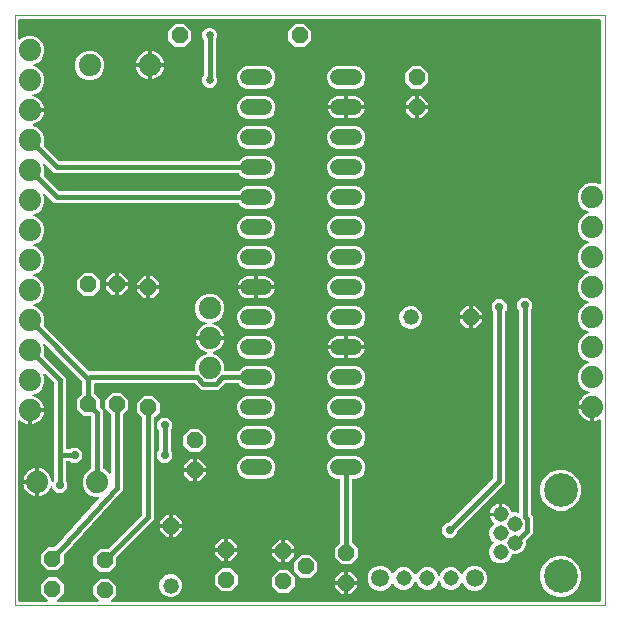
<source format=gbl>
G04 EAGLE Gerber X2 export*
%TF.Part,Single*%
%TF.FileFunction,Other,Bottom layer*%
%TF.FilePolarity,Positive*%
%TF.GenerationSoftware,Autodesk,EAGLE,8.7.1*%
%TF.CreationDate,2018-04-17T03:08:08Z*%
G75*
%MOMM*%
%FSLAX34Y34*%
%LPD*%
%AMOC8*
5,1,8,0,0,1.08239X$1,22.5*%
G01*
%ADD10C,0.000000*%
%ADD11P,1.429621X8X292.500000*%
%ADD12P,1.429621X8X112.500000*%
%ADD13C,1.320800*%
%ADD14P,1.429621X8X22.500000*%
%ADD15C,1.308000*%
%ADD16C,2.850000*%
%ADD17C,1.879600*%
%ADD18C,1.320800*%
%ADD19C,1.508000*%
%ADD20C,0.406400*%
%ADD21C,0.654800*%
%ADD22P,0.708749X8X22.500000*%

G36*
X27253Y3060D02*
X27253Y3060D01*
X27325Y3062D01*
X27374Y3080D01*
X27425Y3088D01*
X27489Y3122D01*
X27556Y3147D01*
X27597Y3179D01*
X27643Y3204D01*
X27692Y3256D01*
X27748Y3300D01*
X27776Y3344D01*
X27812Y3382D01*
X27842Y3447D01*
X27881Y3507D01*
X27894Y3558D01*
X27916Y3605D01*
X27923Y3676D01*
X27941Y3746D01*
X27937Y3798D01*
X27943Y3849D01*
X27927Y3920D01*
X27922Y3991D01*
X27902Y4039D01*
X27890Y4090D01*
X27854Y4151D01*
X27826Y4217D01*
X27781Y4273D01*
X27764Y4301D01*
X27746Y4316D01*
X27721Y4348D01*
X22097Y9972D01*
X22097Y17968D01*
X27752Y23623D01*
X35748Y23623D01*
X41403Y17968D01*
X41403Y9972D01*
X35779Y4348D01*
X35737Y4290D01*
X35688Y4238D01*
X35666Y4191D01*
X35636Y4149D01*
X35615Y4080D01*
X35584Y4015D01*
X35579Y3963D01*
X35563Y3913D01*
X35565Y3842D01*
X35557Y3771D01*
X35568Y3720D01*
X35570Y3668D01*
X35594Y3600D01*
X35610Y3530D01*
X35636Y3485D01*
X35654Y3437D01*
X35699Y3381D01*
X35736Y3319D01*
X35775Y3285D01*
X35808Y3245D01*
X35868Y3206D01*
X35923Y3159D01*
X35971Y3140D01*
X36015Y3112D01*
X36084Y3094D01*
X36151Y3067D01*
X36222Y3059D01*
X36253Y3051D01*
X36277Y3053D01*
X36318Y3049D01*
X70362Y3049D01*
X70433Y3060D01*
X70505Y3062D01*
X70554Y3080D01*
X70605Y3088D01*
X70669Y3122D01*
X70736Y3147D01*
X70777Y3179D01*
X70823Y3204D01*
X70872Y3256D01*
X70928Y3300D01*
X70956Y3344D01*
X70992Y3382D01*
X71022Y3447D01*
X71061Y3507D01*
X71074Y3558D01*
X71096Y3605D01*
X71103Y3676D01*
X71121Y3746D01*
X71117Y3798D01*
X71123Y3849D01*
X71107Y3920D01*
X71102Y3991D01*
X71082Y4039D01*
X71070Y4090D01*
X71034Y4151D01*
X71006Y4217D01*
X70961Y4273D01*
X70944Y4301D01*
X70926Y4316D01*
X70901Y4348D01*
X66547Y8702D01*
X66547Y16698D01*
X72202Y22353D01*
X80198Y22353D01*
X85853Y16698D01*
X85853Y8702D01*
X81499Y4348D01*
X81457Y4290D01*
X81408Y4238D01*
X81386Y4191D01*
X81356Y4149D01*
X81335Y4080D01*
X81304Y4015D01*
X81299Y3963D01*
X81283Y3913D01*
X81285Y3842D01*
X81277Y3771D01*
X81288Y3720D01*
X81290Y3668D01*
X81314Y3600D01*
X81330Y3530D01*
X81356Y3485D01*
X81374Y3437D01*
X81419Y3381D01*
X81456Y3319D01*
X81495Y3285D01*
X81528Y3245D01*
X81588Y3206D01*
X81643Y3159D01*
X81691Y3140D01*
X81735Y3112D01*
X81804Y3094D01*
X81871Y3067D01*
X81942Y3059D01*
X81973Y3051D01*
X81997Y3053D01*
X82038Y3049D01*
X495300Y3049D01*
X495320Y3052D01*
X495339Y3050D01*
X495441Y3072D01*
X495543Y3088D01*
X495560Y3098D01*
X495580Y3102D01*
X495669Y3155D01*
X495760Y3204D01*
X495774Y3218D01*
X495791Y3228D01*
X495858Y3307D01*
X495930Y3382D01*
X495938Y3400D01*
X495951Y3415D01*
X495990Y3511D01*
X496033Y3605D01*
X496035Y3625D01*
X496043Y3643D01*
X496061Y3810D01*
X496061Y156622D01*
X496049Y156697D01*
X496046Y156772D01*
X496029Y156817D01*
X496022Y156865D01*
X495986Y156932D01*
X495959Y157002D01*
X495929Y157040D01*
X495906Y157082D01*
X495852Y157134D01*
X495804Y157193D01*
X495763Y157218D01*
X495728Y157251D01*
X495659Y157283D01*
X495595Y157324D01*
X495549Y157335D01*
X495505Y157355D01*
X495430Y157363D01*
X495356Y157381D01*
X495308Y157377D01*
X495261Y157382D01*
X495187Y157366D01*
X495111Y157359D01*
X495051Y157337D01*
X495020Y157330D01*
X494998Y157317D01*
X494954Y157300D01*
X493533Y156576D01*
X491746Y155995D01*
X490473Y155794D01*
X490473Y166878D01*
X490470Y166898D01*
X490472Y166917D01*
X490450Y167019D01*
X490433Y167121D01*
X490424Y167138D01*
X490420Y167158D01*
X490367Y167247D01*
X490318Y167338D01*
X490304Y167352D01*
X490294Y167369D01*
X490215Y167436D01*
X490140Y167507D01*
X490122Y167516D01*
X490107Y167529D01*
X490011Y167567D01*
X489917Y167611D01*
X489897Y167613D01*
X489879Y167621D01*
X489712Y167639D01*
X488949Y167639D01*
X488949Y168402D01*
X488946Y168422D01*
X488948Y168441D01*
X488926Y168543D01*
X488909Y168645D01*
X488900Y168662D01*
X488896Y168682D01*
X488843Y168771D01*
X488794Y168862D01*
X488780Y168876D01*
X488770Y168893D01*
X488691Y168960D01*
X488616Y169031D01*
X488598Y169040D01*
X488583Y169053D01*
X488487Y169092D01*
X488393Y169135D01*
X488373Y169137D01*
X488355Y169145D01*
X488188Y169163D01*
X477104Y169163D01*
X477305Y170436D01*
X477886Y172223D01*
X478739Y173897D01*
X479844Y175418D01*
X481172Y176746D01*
X482693Y177851D01*
X484367Y178704D01*
X486141Y179281D01*
X486231Y179327D01*
X486324Y179368D01*
X486340Y179383D01*
X486360Y179393D01*
X486430Y179466D01*
X486505Y179535D01*
X486516Y179554D01*
X486531Y179570D01*
X486575Y179661D01*
X486624Y179750D01*
X486628Y179772D01*
X486637Y179792D01*
X486649Y179892D01*
X486667Y179992D01*
X486664Y180014D01*
X486667Y180036D01*
X486646Y180135D01*
X486632Y180235D01*
X486622Y180255D01*
X486617Y180277D01*
X486566Y180364D01*
X486520Y180455D01*
X486504Y180470D01*
X486493Y180489D01*
X486417Y180556D01*
X486345Y180627D01*
X486320Y180640D01*
X486308Y180651D01*
X486278Y180664D01*
X486198Y180708D01*
X481899Y182488D01*
X478398Y185989D01*
X476503Y190564D01*
X476503Y195516D01*
X478398Y200091D01*
X481899Y203592D01*
X485388Y205037D01*
X485449Y205075D01*
X485514Y205104D01*
X485552Y205139D01*
X485597Y205166D01*
X485643Y205222D01*
X485695Y205270D01*
X485720Y205316D01*
X485754Y205356D01*
X485779Y205423D01*
X485814Y205486D01*
X485823Y205537D01*
X485842Y205585D01*
X485845Y205657D01*
X485858Y205728D01*
X485850Y205779D01*
X485852Y205831D01*
X485832Y205900D01*
X485822Y205971D01*
X485798Y206017D01*
X485784Y206067D01*
X485743Y206126D01*
X485710Y206190D01*
X485673Y206227D01*
X485643Y206269D01*
X485586Y206312D01*
X485535Y206362D01*
X485472Y206397D01*
X485446Y206416D01*
X485424Y206423D01*
X485388Y206443D01*
X481899Y207888D01*
X478398Y211389D01*
X476503Y215964D01*
X476503Y220916D01*
X478398Y225491D01*
X481899Y228992D01*
X485388Y230437D01*
X485449Y230475D01*
X485514Y230504D01*
X485552Y230539D01*
X485597Y230566D01*
X485643Y230622D01*
X485695Y230670D01*
X485720Y230716D01*
X485754Y230756D01*
X485779Y230823D01*
X485814Y230886D01*
X485823Y230937D01*
X485842Y230985D01*
X485845Y231057D01*
X485858Y231128D01*
X485850Y231179D01*
X485852Y231231D01*
X485832Y231300D01*
X485822Y231371D01*
X485798Y231417D01*
X485784Y231467D01*
X485743Y231526D01*
X485710Y231590D01*
X485673Y231627D01*
X485643Y231669D01*
X485586Y231712D01*
X485535Y231762D01*
X485472Y231797D01*
X485446Y231816D01*
X485424Y231823D01*
X485388Y231843D01*
X481899Y233288D01*
X478398Y236789D01*
X476503Y241364D01*
X476503Y246316D01*
X478398Y250891D01*
X481899Y254392D01*
X485388Y255837D01*
X485449Y255875D01*
X485514Y255904D01*
X485552Y255939D01*
X485597Y255966D01*
X485643Y256022D01*
X485695Y256070D01*
X485720Y256116D01*
X485754Y256156D01*
X485779Y256223D01*
X485814Y256286D01*
X485823Y256337D01*
X485842Y256385D01*
X485845Y256457D01*
X485858Y256528D01*
X485850Y256579D01*
X485852Y256631D01*
X485832Y256700D01*
X485822Y256771D01*
X485798Y256817D01*
X485784Y256867D01*
X485743Y256926D01*
X485710Y256990D01*
X485673Y257027D01*
X485643Y257069D01*
X485586Y257112D01*
X485535Y257162D01*
X485489Y257188D01*
X485479Y257196D01*
X485467Y257201D01*
X485446Y257216D01*
X485424Y257223D01*
X485388Y257243D01*
X481899Y258688D01*
X478398Y262189D01*
X476503Y266764D01*
X476503Y271716D01*
X478398Y276291D01*
X481899Y279792D01*
X485388Y281237D01*
X485449Y281275D01*
X485514Y281304D01*
X485552Y281339D01*
X485597Y281366D01*
X485643Y281422D01*
X485695Y281470D01*
X485720Y281516D01*
X485754Y281556D01*
X485779Y281623D01*
X485814Y281686D01*
X485823Y281737D01*
X485842Y281785D01*
X485845Y281857D01*
X485858Y281928D01*
X485850Y281979D01*
X485852Y282031D01*
X485832Y282100D01*
X485822Y282171D01*
X485798Y282217D01*
X485784Y282267D01*
X485743Y282326D01*
X485710Y282390D01*
X485673Y282427D01*
X485643Y282469D01*
X485586Y282512D01*
X485535Y282562D01*
X485472Y282597D01*
X485446Y282616D01*
X485424Y282623D01*
X485388Y282643D01*
X481899Y284088D01*
X478398Y287589D01*
X476503Y292164D01*
X476503Y297116D01*
X478398Y301691D01*
X481899Y305192D01*
X485388Y306637D01*
X485449Y306675D01*
X485514Y306704D01*
X485552Y306739D01*
X485597Y306766D01*
X485643Y306822D01*
X485695Y306870D01*
X485720Y306916D01*
X485754Y306956D01*
X485779Y307023D01*
X485814Y307086D01*
X485823Y307137D01*
X485842Y307185D01*
X485845Y307257D01*
X485858Y307328D01*
X485850Y307379D01*
X485852Y307431D01*
X485832Y307500D01*
X485822Y307571D01*
X485798Y307617D01*
X485784Y307667D01*
X485743Y307726D01*
X485710Y307790D01*
X485673Y307827D01*
X485643Y307869D01*
X485586Y307912D01*
X485535Y307962D01*
X485472Y307997D01*
X485446Y308016D01*
X485424Y308023D01*
X485388Y308043D01*
X481899Y309488D01*
X478398Y312989D01*
X476503Y317564D01*
X476503Y322516D01*
X478398Y327091D01*
X481899Y330592D01*
X485388Y332037D01*
X485449Y332075D01*
X485514Y332104D01*
X485552Y332139D01*
X485597Y332166D01*
X485643Y332222D01*
X485695Y332270D01*
X485720Y332316D01*
X485754Y332356D01*
X485779Y332423D01*
X485814Y332486D01*
X485823Y332537D01*
X485842Y332585D01*
X485845Y332657D01*
X485858Y332728D01*
X485850Y332779D01*
X485852Y332831D01*
X485832Y332900D01*
X485822Y332971D01*
X485798Y333017D01*
X485784Y333067D01*
X485743Y333126D01*
X485710Y333190D01*
X485673Y333227D01*
X485643Y333269D01*
X485586Y333312D01*
X485535Y333362D01*
X485472Y333397D01*
X485446Y333416D01*
X485424Y333423D01*
X485388Y333443D01*
X481899Y334888D01*
X478398Y338389D01*
X476503Y342964D01*
X476503Y347916D01*
X478398Y352491D01*
X481899Y355992D01*
X486474Y357887D01*
X491426Y357887D01*
X495009Y356403D01*
X495053Y356392D01*
X495095Y356373D01*
X495172Y356364D01*
X495248Y356346D01*
X495294Y356351D01*
X495339Y356346D01*
X495416Y356362D01*
X495493Y356370D01*
X495535Y356388D01*
X495580Y356398D01*
X495647Y356438D01*
X495718Y356470D01*
X495752Y356501D01*
X495791Y356524D01*
X495842Y356583D01*
X495899Y356636D01*
X495921Y356676D01*
X495951Y356711D01*
X495980Y356783D01*
X496017Y356851D01*
X496026Y356897D01*
X496043Y356939D01*
X496058Y357075D01*
X496061Y357094D01*
X496060Y357099D01*
X496061Y357106D01*
X496061Y495300D01*
X496058Y495320D01*
X496060Y495339D01*
X496038Y495441D01*
X496022Y495543D01*
X496012Y495560D01*
X496008Y495580D01*
X495955Y495669D01*
X495906Y495760D01*
X495892Y495774D01*
X495882Y495791D01*
X495803Y495858D01*
X495728Y495930D01*
X495710Y495938D01*
X495695Y495951D01*
X495599Y495990D01*
X495505Y496033D01*
X495485Y496035D01*
X495467Y496043D01*
X495300Y496061D01*
X3810Y496061D01*
X3790Y496058D01*
X3771Y496060D01*
X3669Y496038D01*
X3567Y496021D01*
X3550Y496012D01*
X3530Y496008D01*
X3441Y495955D01*
X3350Y495906D01*
X3336Y495892D01*
X3319Y495882D01*
X3252Y495803D01*
X3180Y495728D01*
X3172Y495710D01*
X3159Y495695D01*
X3120Y495599D01*
X3077Y495505D01*
X3075Y495485D01*
X3067Y495467D01*
X3049Y495300D01*
X3049Y479689D01*
X3060Y479618D01*
X3062Y479546D01*
X3080Y479497D01*
X3088Y479446D01*
X3122Y479383D01*
X3147Y479315D01*
X3179Y479275D01*
X3204Y479229D01*
X3256Y479179D01*
X3300Y479123D01*
X3344Y479095D01*
X3382Y479059D01*
X3447Y479029D01*
X3507Y478990D01*
X3558Y478978D01*
X3605Y478956D01*
X3676Y478948D01*
X3746Y478930D01*
X3798Y478934D01*
X3849Y478929D01*
X3920Y478944D01*
X3991Y478949D01*
X4039Y478970D01*
X4090Y478981D01*
X4151Y479018D01*
X4217Y479046D01*
X4273Y479091D01*
X4301Y479107D01*
X4316Y479125D01*
X4348Y479151D01*
X5649Y480452D01*
X10224Y482347D01*
X15176Y482347D01*
X19751Y480452D01*
X23252Y476951D01*
X25147Y472376D01*
X25147Y467424D01*
X23252Y462849D01*
X19751Y459348D01*
X16262Y457903D01*
X16201Y457865D01*
X16136Y457836D01*
X16098Y457801D01*
X16053Y457774D01*
X16007Y457718D01*
X15955Y457670D01*
X15930Y457624D01*
X15896Y457584D01*
X15871Y457517D01*
X15836Y457454D01*
X15827Y457403D01*
X15808Y457355D01*
X15805Y457283D01*
X15792Y457212D01*
X15800Y457161D01*
X15798Y457109D01*
X15818Y457040D01*
X15828Y456969D01*
X15852Y456923D01*
X15866Y456873D01*
X15907Y456814D01*
X15940Y456750D01*
X15977Y456713D01*
X16007Y456671D01*
X16064Y456628D01*
X16115Y456578D01*
X16178Y456543D01*
X16204Y456524D01*
X16226Y456517D01*
X16262Y456497D01*
X19751Y455052D01*
X23252Y451551D01*
X25147Y446976D01*
X25147Y442024D01*
X23252Y437449D01*
X19751Y433948D01*
X15452Y432168D01*
X15366Y432114D01*
X15277Y432066D01*
X15262Y432050D01*
X15243Y432038D01*
X15179Y431960D01*
X15110Y431886D01*
X15101Y431866D01*
X15087Y431849D01*
X15050Y431754D01*
X15009Y431662D01*
X15006Y431640D01*
X14998Y431619D01*
X14994Y431518D01*
X14984Y431417D01*
X14989Y431396D01*
X14988Y431373D01*
X15016Y431276D01*
X15039Y431177D01*
X15050Y431158D01*
X15057Y431137D01*
X15114Y431054D01*
X15167Y430968D01*
X15184Y430953D01*
X15197Y430935D01*
X15278Y430875D01*
X15356Y430810D01*
X15381Y430798D01*
X15394Y430788D01*
X15425Y430778D01*
X15509Y430741D01*
X17283Y430164D01*
X18957Y429311D01*
X20478Y428206D01*
X21806Y426878D01*
X22911Y425357D01*
X23764Y423683D01*
X24345Y421896D01*
X24546Y420623D01*
X13462Y420623D01*
X13442Y420620D01*
X13423Y420622D01*
X13321Y420600D01*
X13219Y420583D01*
X13202Y420574D01*
X13182Y420570D01*
X13093Y420517D01*
X13002Y420468D01*
X12988Y420454D01*
X12971Y420444D01*
X12904Y420365D01*
X12833Y420290D01*
X12824Y420272D01*
X12811Y420257D01*
X12773Y420161D01*
X12729Y420067D01*
X12727Y420047D01*
X12719Y420029D01*
X12701Y419862D01*
X12701Y418338D01*
X12704Y418318D01*
X12702Y418299D01*
X12724Y418197D01*
X12741Y418095D01*
X12750Y418078D01*
X12754Y418058D01*
X12807Y417969D01*
X12856Y417878D01*
X12870Y417864D01*
X12880Y417847D01*
X12959Y417780D01*
X13034Y417709D01*
X13052Y417700D01*
X13067Y417687D01*
X13163Y417648D01*
X13257Y417605D01*
X13277Y417603D01*
X13295Y417595D01*
X13462Y417577D01*
X24546Y417577D01*
X24345Y416304D01*
X23764Y414517D01*
X22911Y412843D01*
X21806Y411322D01*
X20478Y409994D01*
X18957Y408889D01*
X17283Y408036D01*
X15509Y407459D01*
X15419Y407413D01*
X15326Y407372D01*
X15310Y407357D01*
X15290Y407347D01*
X15220Y407274D01*
X15145Y407205D01*
X15134Y407186D01*
X15119Y407170D01*
X15075Y407079D01*
X15026Y406990D01*
X15022Y406968D01*
X15013Y406948D01*
X15001Y406848D01*
X14983Y406748D01*
X14986Y406726D01*
X14983Y406704D01*
X15004Y406605D01*
X15018Y406505D01*
X15028Y406485D01*
X15033Y406463D01*
X15084Y406376D01*
X15130Y406285D01*
X15146Y406270D01*
X15157Y406251D01*
X15233Y406184D01*
X15305Y406113D01*
X15330Y406100D01*
X15342Y406089D01*
X15372Y406076D01*
X15452Y406032D01*
X19751Y404252D01*
X23252Y400751D01*
X25147Y396176D01*
X25147Y391224D01*
X24525Y389724D01*
X24499Y389611D01*
X24470Y389497D01*
X24471Y389491D01*
X24469Y389485D01*
X24480Y389368D01*
X24489Y389252D01*
X24492Y389246D01*
X24492Y389240D01*
X24540Y389132D01*
X24586Y389026D01*
X24590Y389020D01*
X24592Y389015D01*
X24605Y389001D01*
X24690Y388895D01*
X37442Y376144D01*
X37515Y376091D01*
X37585Y376031D01*
X37615Y376019D01*
X37641Y376000D01*
X37728Y375973D01*
X37813Y375939D01*
X37854Y375935D01*
X37876Y375928D01*
X37909Y375929D01*
X37980Y375921D01*
X189014Y375921D01*
X189128Y375940D01*
X189245Y375957D01*
X189250Y375959D01*
X189257Y375960D01*
X189360Y376015D01*
X189464Y376068D01*
X189468Y376073D01*
X189474Y376076D01*
X189554Y376160D01*
X189636Y376244D01*
X189640Y376250D01*
X189643Y376254D01*
X189651Y376271D01*
X189658Y376283D01*
X192398Y379023D01*
X195946Y380493D01*
X212994Y380493D01*
X216542Y379023D01*
X219257Y376308D01*
X220727Y372760D01*
X220727Y368920D01*
X219257Y365372D01*
X216542Y362657D01*
X212994Y361187D01*
X195946Y361187D01*
X192398Y362657D01*
X189640Y365415D01*
X189596Y365489D01*
X189591Y365493D01*
X189588Y365498D01*
X189497Y365573D01*
X189409Y365649D01*
X189403Y365651D01*
X189398Y365655D01*
X189289Y365697D01*
X189181Y365741D01*
X189173Y365742D01*
X189169Y365743D01*
X189150Y365744D01*
X189014Y365759D01*
X33455Y365759D01*
X25525Y373690D01*
X25446Y373747D01*
X25371Y373809D01*
X25346Y373818D01*
X25325Y373833D01*
X25232Y373862D01*
X25141Y373897D01*
X25115Y373898D01*
X25090Y373906D01*
X24993Y373903D01*
X24895Y373907D01*
X24870Y373900D01*
X24844Y373899D01*
X24753Y373866D01*
X24659Y373839D01*
X24638Y373824D01*
X24613Y373815D01*
X24537Y373754D01*
X24457Y373699D01*
X24442Y373678D01*
X24421Y373661D01*
X24369Y373579D01*
X24310Y373501D01*
X24302Y373476D01*
X24288Y373454D01*
X24264Y373360D01*
X24234Y373267D01*
X24234Y373241D01*
X24228Y373216D01*
X24236Y373119D01*
X24237Y373021D01*
X24246Y372990D01*
X24247Y372971D01*
X24260Y372940D01*
X24283Y372860D01*
X25147Y370776D01*
X25147Y365824D01*
X24525Y364324D01*
X24499Y364211D01*
X24470Y364097D01*
X24471Y364091D01*
X24469Y364085D01*
X24480Y363968D01*
X24489Y363852D01*
X24492Y363846D01*
X24492Y363840D01*
X24540Y363732D01*
X24586Y363626D01*
X24590Y363620D01*
X24592Y363615D01*
X24605Y363601D01*
X24690Y363495D01*
X37442Y350744D01*
X37515Y350691D01*
X37585Y350631D01*
X37615Y350619D01*
X37641Y350600D01*
X37728Y350573D01*
X37813Y350539D01*
X37854Y350535D01*
X37876Y350528D01*
X37909Y350529D01*
X37980Y350521D01*
X189014Y350521D01*
X189128Y350540D01*
X189245Y350557D01*
X189250Y350559D01*
X189257Y350560D01*
X189360Y350615D01*
X189464Y350668D01*
X189468Y350673D01*
X189474Y350676D01*
X189554Y350760D01*
X189636Y350844D01*
X189640Y350850D01*
X189643Y350854D01*
X189651Y350871D01*
X189658Y350883D01*
X192398Y353623D01*
X195946Y355093D01*
X212994Y355093D01*
X216542Y353623D01*
X219257Y350908D01*
X220727Y347360D01*
X220727Y343520D01*
X219257Y339972D01*
X216542Y337257D01*
X212994Y335787D01*
X195946Y335787D01*
X192398Y337257D01*
X189640Y340015D01*
X189596Y340089D01*
X189591Y340093D01*
X189588Y340098D01*
X189497Y340173D01*
X189409Y340249D01*
X189403Y340251D01*
X189398Y340255D01*
X189289Y340297D01*
X189181Y340341D01*
X189173Y340342D01*
X189169Y340343D01*
X189150Y340344D01*
X189014Y340359D01*
X33455Y340359D01*
X25525Y348290D01*
X25446Y348347D01*
X25371Y348409D01*
X25346Y348418D01*
X25325Y348433D01*
X25232Y348462D01*
X25141Y348497D01*
X25115Y348498D01*
X25090Y348506D01*
X24993Y348503D01*
X24895Y348507D01*
X24870Y348500D01*
X24844Y348499D01*
X24753Y348466D01*
X24659Y348439D01*
X24638Y348424D01*
X24613Y348415D01*
X24537Y348354D01*
X24457Y348299D01*
X24442Y348278D01*
X24421Y348261D01*
X24369Y348179D01*
X24310Y348101D01*
X24302Y348076D01*
X24288Y348054D01*
X24264Y347960D01*
X24234Y347867D01*
X24234Y347841D01*
X24228Y347816D01*
X24236Y347719D01*
X24237Y347621D01*
X24246Y347590D01*
X24247Y347571D01*
X24260Y347540D01*
X24283Y347460D01*
X25147Y345376D01*
X25147Y340424D01*
X23252Y335849D01*
X19751Y332348D01*
X16262Y330903D01*
X16201Y330865D01*
X16136Y330836D01*
X16097Y330801D01*
X16053Y330774D01*
X16007Y330718D01*
X15955Y330670D01*
X15930Y330624D01*
X15896Y330584D01*
X15871Y330517D01*
X15836Y330454D01*
X15827Y330403D01*
X15808Y330355D01*
X15805Y330283D01*
X15792Y330212D01*
X15800Y330161D01*
X15798Y330109D01*
X15818Y330040D01*
X15828Y329969D01*
X15852Y329923D01*
X15866Y329873D01*
X15907Y329814D01*
X15940Y329750D01*
X15977Y329713D01*
X16007Y329671D01*
X16064Y329628D01*
X16115Y329578D01*
X16178Y329543D01*
X16204Y329524D01*
X16226Y329517D01*
X16262Y329497D01*
X19751Y328052D01*
X23252Y324551D01*
X25147Y319976D01*
X25147Y315024D01*
X23252Y310449D01*
X19751Y306948D01*
X16262Y305503D01*
X16201Y305465D01*
X16136Y305436D01*
X16098Y305401D01*
X16053Y305374D01*
X16007Y305318D01*
X15955Y305270D01*
X15930Y305224D01*
X15896Y305184D01*
X15871Y305117D01*
X15836Y305054D01*
X15827Y305003D01*
X15808Y304955D01*
X15805Y304883D01*
X15792Y304812D01*
X15800Y304761D01*
X15798Y304709D01*
X15818Y304640D01*
X15828Y304569D01*
X15852Y304523D01*
X15866Y304473D01*
X15907Y304414D01*
X15940Y304350D01*
X15977Y304313D01*
X16007Y304271D01*
X16064Y304228D01*
X16115Y304178D01*
X16178Y304143D01*
X16204Y304124D01*
X16226Y304117D01*
X16262Y304097D01*
X19751Y302652D01*
X23252Y299151D01*
X25147Y294576D01*
X25147Y289624D01*
X23252Y285049D01*
X19751Y281548D01*
X16262Y280103D01*
X16201Y280065D01*
X16136Y280036D01*
X16098Y280001D01*
X16053Y279974D01*
X16008Y279918D01*
X15955Y279870D01*
X15930Y279824D01*
X15896Y279784D01*
X15871Y279717D01*
X15836Y279654D01*
X15827Y279603D01*
X15808Y279555D01*
X15805Y279483D01*
X15792Y279412D01*
X15800Y279361D01*
X15798Y279309D01*
X15818Y279240D01*
X15828Y279169D01*
X15852Y279123D01*
X15866Y279073D01*
X15907Y279014D01*
X15940Y278950D01*
X15977Y278913D01*
X16007Y278871D01*
X16064Y278828D01*
X16115Y278778D01*
X16178Y278743D01*
X16204Y278724D01*
X16226Y278717D01*
X16262Y278697D01*
X19751Y277252D01*
X23252Y273751D01*
X25147Y269176D01*
X25147Y264224D01*
X23252Y259649D01*
X19751Y256148D01*
X16262Y254703D01*
X16201Y254665D01*
X16136Y254636D01*
X16098Y254601D01*
X16053Y254574D01*
X16008Y254518D01*
X15955Y254470D01*
X15930Y254424D01*
X15896Y254384D01*
X15871Y254317D01*
X15836Y254254D01*
X15827Y254203D01*
X15808Y254155D01*
X15805Y254083D01*
X15792Y254012D01*
X15800Y253961D01*
X15798Y253909D01*
X15818Y253840D01*
X15828Y253769D01*
X15852Y253723D01*
X15866Y253673D01*
X15907Y253614D01*
X15940Y253550D01*
X15977Y253513D01*
X16007Y253471D01*
X16064Y253428D01*
X16115Y253378D01*
X16178Y253343D01*
X16204Y253324D01*
X16226Y253317D01*
X16262Y253297D01*
X19751Y251852D01*
X23252Y248351D01*
X25147Y243776D01*
X25147Y238824D01*
X24525Y237324D01*
X24499Y237211D01*
X24470Y237097D01*
X24471Y237091D01*
X24469Y237085D01*
X24480Y236968D01*
X24489Y236852D01*
X24492Y236846D01*
X24492Y236840D01*
X24540Y236732D01*
X24586Y236626D01*
X24590Y236620D01*
X24592Y236615D01*
X24605Y236601D01*
X24690Y236495D01*
X62842Y198344D01*
X62915Y198291D01*
X62985Y198231D01*
X63015Y198219D01*
X63041Y198200D01*
X63128Y198173D01*
X63213Y198139D01*
X63254Y198135D01*
X63276Y198128D01*
X63309Y198129D01*
X63380Y198121D01*
X151892Y198121D01*
X151912Y198124D01*
X151931Y198122D01*
X152033Y198144D01*
X152135Y198160D01*
X152152Y198170D01*
X152172Y198174D01*
X152261Y198227D01*
X152352Y198276D01*
X152366Y198290D01*
X152383Y198300D01*
X152450Y198379D01*
X152522Y198454D01*
X152530Y198472D01*
X152543Y198487D01*
X152582Y198583D01*
X152625Y198677D01*
X152627Y198697D01*
X152635Y198715D01*
X152653Y198882D01*
X152653Y203136D01*
X154548Y207711D01*
X158049Y211212D01*
X162348Y212992D01*
X162434Y213046D01*
X162523Y213094D01*
X162538Y213110D01*
X162557Y213122D01*
X162621Y213200D01*
X162690Y213274D01*
X162699Y213294D01*
X162713Y213311D01*
X162750Y213406D01*
X162791Y213498D01*
X162794Y213520D01*
X162802Y213541D01*
X162806Y213642D01*
X162816Y213743D01*
X162811Y213764D01*
X162812Y213787D01*
X162784Y213884D01*
X162761Y213983D01*
X162750Y214002D01*
X162743Y214023D01*
X162686Y214106D01*
X162633Y214192D01*
X162616Y214207D01*
X162603Y214225D01*
X162522Y214285D01*
X162444Y214350D01*
X162419Y214362D01*
X162406Y214372D01*
X162375Y214382D01*
X162291Y214419D01*
X160517Y214996D01*
X158843Y215849D01*
X157322Y216954D01*
X155994Y218282D01*
X154889Y219803D01*
X154036Y221477D01*
X153455Y223264D01*
X153254Y224537D01*
X164338Y224537D01*
X164358Y224540D01*
X164377Y224538D01*
X164479Y224560D01*
X164581Y224577D01*
X164598Y224586D01*
X164618Y224590D01*
X164707Y224643D01*
X164798Y224692D01*
X164812Y224706D01*
X164829Y224716D01*
X164896Y224795D01*
X164967Y224870D01*
X164976Y224888D01*
X164989Y224903D01*
X165027Y224999D01*
X165071Y225093D01*
X165073Y225113D01*
X165081Y225131D01*
X165099Y225298D01*
X165099Y226822D01*
X165096Y226842D01*
X165098Y226861D01*
X165076Y226963D01*
X165059Y227065D01*
X165050Y227082D01*
X165046Y227102D01*
X164993Y227191D01*
X164944Y227282D01*
X164930Y227296D01*
X164920Y227313D01*
X164841Y227380D01*
X164766Y227451D01*
X164748Y227460D01*
X164733Y227473D01*
X164637Y227512D01*
X164543Y227555D01*
X164523Y227557D01*
X164505Y227565D01*
X164338Y227583D01*
X153254Y227583D01*
X153455Y228856D01*
X154036Y230643D01*
X154889Y232317D01*
X155994Y233838D01*
X157322Y235166D01*
X158843Y236271D01*
X160517Y237124D01*
X162291Y237701D01*
X162381Y237747D01*
X162474Y237788D01*
X162490Y237803D01*
X162510Y237813D01*
X162580Y237886D01*
X162655Y237955D01*
X162666Y237974D01*
X162681Y237990D01*
X162725Y238081D01*
X162774Y238170D01*
X162778Y238192D01*
X162787Y238212D01*
X162799Y238312D01*
X162817Y238412D01*
X162814Y238434D01*
X162817Y238456D01*
X162796Y238555D01*
X162782Y238655D01*
X162772Y238675D01*
X162767Y238697D01*
X162716Y238784D01*
X162670Y238875D01*
X162654Y238890D01*
X162643Y238909D01*
X162567Y238976D01*
X162495Y239047D01*
X162470Y239060D01*
X162458Y239071D01*
X162428Y239084D01*
X162348Y239128D01*
X158049Y240908D01*
X154548Y244409D01*
X152653Y248984D01*
X152653Y253936D01*
X154548Y258511D01*
X158049Y262012D01*
X162624Y263907D01*
X167576Y263907D01*
X172151Y262012D01*
X175652Y258511D01*
X177547Y253936D01*
X177547Y248984D01*
X175652Y244409D01*
X172151Y240908D01*
X167852Y239128D01*
X167766Y239074D01*
X167677Y239026D01*
X167662Y239010D01*
X167643Y238998D01*
X167579Y238920D01*
X167510Y238846D01*
X167501Y238826D01*
X167487Y238809D01*
X167450Y238714D01*
X167409Y238622D01*
X167406Y238600D01*
X167398Y238579D01*
X167394Y238478D01*
X167384Y238377D01*
X167389Y238356D01*
X167388Y238333D01*
X167416Y238236D01*
X167439Y238137D01*
X167450Y238118D01*
X167457Y238097D01*
X167514Y238014D01*
X167567Y237928D01*
X167584Y237913D01*
X167597Y237895D01*
X167678Y237835D01*
X167756Y237770D01*
X167781Y237758D01*
X167794Y237748D01*
X167825Y237738D01*
X167909Y237701D01*
X169683Y237124D01*
X171357Y236271D01*
X172878Y235166D01*
X174206Y233838D01*
X175311Y232317D01*
X176164Y230643D01*
X176745Y228856D01*
X176946Y227583D01*
X165862Y227583D01*
X165842Y227580D01*
X165823Y227582D01*
X165721Y227560D01*
X165619Y227543D01*
X165602Y227534D01*
X165582Y227530D01*
X165493Y227477D01*
X165402Y227428D01*
X165388Y227414D01*
X165371Y227404D01*
X165304Y227325D01*
X165233Y227250D01*
X165224Y227232D01*
X165211Y227217D01*
X165173Y227121D01*
X165129Y227027D01*
X165127Y227007D01*
X165119Y226989D01*
X165101Y226822D01*
X165101Y225298D01*
X165104Y225278D01*
X165102Y225259D01*
X165124Y225157D01*
X165141Y225055D01*
X165150Y225038D01*
X165154Y225018D01*
X165207Y224929D01*
X165256Y224838D01*
X165270Y224824D01*
X165280Y224807D01*
X165359Y224740D01*
X165434Y224669D01*
X165452Y224660D01*
X165467Y224647D01*
X165563Y224608D01*
X165657Y224565D01*
X165677Y224563D01*
X165695Y224555D01*
X165862Y224537D01*
X176946Y224537D01*
X176745Y223264D01*
X176164Y221477D01*
X175311Y219803D01*
X174206Y218282D01*
X172878Y216954D01*
X171357Y215849D01*
X169683Y214996D01*
X167909Y214419D01*
X167819Y214373D01*
X167726Y214332D01*
X167710Y214317D01*
X167690Y214307D01*
X167620Y214234D01*
X167545Y214165D01*
X167534Y214146D01*
X167519Y214130D01*
X167475Y214039D01*
X167426Y213950D01*
X167422Y213928D01*
X167413Y213908D01*
X167401Y213808D01*
X167383Y213708D01*
X167386Y213686D01*
X167383Y213664D01*
X167404Y213565D01*
X167418Y213465D01*
X167428Y213445D01*
X167433Y213423D01*
X167484Y213336D01*
X167530Y213245D01*
X167546Y213230D01*
X167557Y213211D01*
X167633Y213144D01*
X167705Y213073D01*
X167730Y213060D01*
X167742Y213049D01*
X167772Y213036D01*
X167852Y212992D01*
X172151Y211212D01*
X175652Y207711D01*
X177547Y203136D01*
X177547Y198882D01*
X177550Y198862D01*
X177548Y198843D01*
X177570Y198741D01*
X177586Y198639D01*
X177596Y198622D01*
X177600Y198602D01*
X177653Y198513D01*
X177702Y198422D01*
X177716Y198408D01*
X177726Y198391D01*
X177805Y198324D01*
X177880Y198252D01*
X177898Y198244D01*
X177913Y198231D01*
X178009Y198192D01*
X178103Y198149D01*
X178123Y198147D01*
X178141Y198139D01*
X178308Y198121D01*
X189014Y198121D01*
X189128Y198140D01*
X189245Y198157D01*
X189250Y198159D01*
X189257Y198160D01*
X189360Y198215D01*
X189464Y198268D01*
X189468Y198273D01*
X189474Y198276D01*
X189554Y198360D01*
X189636Y198444D01*
X189640Y198450D01*
X189643Y198454D01*
X189651Y198471D01*
X189658Y198483D01*
X192398Y201223D01*
X195946Y202693D01*
X212994Y202693D01*
X216542Y201223D01*
X219257Y198508D01*
X220727Y194960D01*
X220727Y191120D01*
X219257Y187572D01*
X216542Y184857D01*
X212994Y183387D01*
X195946Y183387D01*
X192398Y184857D01*
X189640Y187615D01*
X189596Y187689D01*
X189591Y187693D01*
X189588Y187698D01*
X189497Y187773D01*
X189409Y187849D01*
X189403Y187851D01*
X189398Y187855D01*
X189289Y187897D01*
X189181Y187941D01*
X189173Y187942D01*
X189169Y187943D01*
X189150Y187944D01*
X189014Y187959D01*
X178220Y187959D01*
X178129Y187945D01*
X178039Y187937D01*
X178009Y187925D01*
X177977Y187920D01*
X177896Y187877D01*
X177812Y187841D01*
X177780Y187815D01*
X177759Y187804D01*
X177737Y187781D01*
X177681Y187736D01*
X172570Y182625D01*
X157630Y182625D01*
X152519Y187736D01*
X152445Y187789D01*
X152375Y187849D01*
X152345Y187861D01*
X152319Y187880D01*
X152232Y187907D01*
X152147Y187941D01*
X152106Y187945D01*
X152084Y187952D01*
X152052Y187951D01*
X151980Y187959D01*
X68072Y187959D01*
X68052Y187956D01*
X68033Y187958D01*
X67931Y187936D01*
X67829Y187920D01*
X67812Y187910D01*
X67792Y187906D01*
X67703Y187853D01*
X67612Y187804D01*
X67598Y187790D01*
X67581Y187780D01*
X67514Y187701D01*
X67442Y187626D01*
X67434Y187608D01*
X67421Y187593D01*
X67382Y187497D01*
X67339Y187403D01*
X67337Y187383D01*
X67329Y187365D01*
X67311Y187198D01*
X67311Y179066D01*
X67325Y178976D01*
X67333Y178885D01*
X67345Y178855D01*
X67350Y178823D01*
X67393Y178742D01*
X67429Y178658D01*
X67455Y178626D01*
X67466Y178605D01*
X67489Y178583D01*
X67534Y178527D01*
X71883Y174178D01*
X71883Y168028D01*
X71897Y167938D01*
X71905Y167847D01*
X71917Y167817D01*
X71922Y167785D01*
X71965Y167704D01*
X72001Y167621D01*
X72027Y167588D01*
X72038Y167568D01*
X72061Y167546D01*
X72106Y167490D01*
X74931Y164665D01*
X74931Y116016D01*
X74950Y115902D01*
X74967Y115785D01*
X74969Y115780D01*
X74970Y115774D01*
X75025Y115671D01*
X75078Y115566D01*
X75083Y115562D01*
X75086Y115556D01*
X75170Y115476D01*
X75254Y115394D01*
X75260Y115390D01*
X75264Y115387D01*
X75281Y115379D01*
X75401Y115313D01*
X76901Y114692D01*
X79980Y111613D01*
X80038Y111571D01*
X80090Y111521D01*
X80137Y111499D01*
X80179Y111469D01*
X80248Y111448D01*
X80313Y111418D01*
X80365Y111412D01*
X80415Y111397D01*
X80486Y111399D01*
X80557Y111391D01*
X80608Y111402D01*
X80660Y111403D01*
X80728Y111428D01*
X80798Y111443D01*
X80843Y111470D01*
X80891Y111488D01*
X80947Y111532D01*
X81009Y111569D01*
X81043Y111609D01*
X81083Y111641D01*
X81122Y111702D01*
X81169Y111756D01*
X81188Y111804D01*
X81216Y111848D01*
X81234Y111918D01*
X81261Y111984D01*
X81269Y112056D01*
X81277Y112087D01*
X81275Y112110D01*
X81279Y112151D01*
X81279Y161294D01*
X81265Y161384D01*
X81257Y161475D01*
X81245Y161505D01*
X81240Y161537D01*
X81197Y161618D01*
X81161Y161702D01*
X81135Y161734D01*
X81124Y161755D01*
X81101Y161777D01*
X81056Y161833D01*
X76707Y166182D01*
X76707Y174178D01*
X82362Y179833D01*
X90358Y179833D01*
X96013Y174178D01*
X96013Y166182D01*
X91664Y161833D01*
X91611Y161759D01*
X91551Y161689D01*
X91539Y161659D01*
X91520Y161633D01*
X91493Y161546D01*
X91459Y161461D01*
X91455Y161420D01*
X91448Y161398D01*
X91449Y161366D01*
X91441Y161294D01*
X91441Y99190D01*
X91443Y99177D01*
X91441Y99156D01*
X91531Y97138D01*
X91506Y97099D01*
X91487Y97027D01*
X91470Y96985D01*
X90045Y95559D01*
X90037Y95549D01*
X90021Y95535D01*
X41602Y42612D01*
X41562Y42550D01*
X41513Y42493D01*
X41495Y42447D01*
X41468Y42406D01*
X41449Y42334D01*
X41421Y42265D01*
X41414Y42198D01*
X41406Y42168D01*
X41408Y42143D01*
X41403Y42098D01*
X41403Y35372D01*
X35748Y29717D01*
X27752Y29717D01*
X22097Y35372D01*
X22097Y43368D01*
X27752Y49023D01*
X33360Y49023D01*
X33466Y49040D01*
X33573Y49053D01*
X33587Y49060D01*
X33602Y49062D01*
X33698Y49113D01*
X33795Y49160D01*
X33809Y49172D01*
X33820Y49178D01*
X33840Y49199D01*
X33921Y49270D01*
X71567Y90418D01*
X71597Y90464D01*
X71635Y90504D01*
X71664Y90566D01*
X71702Y90624D01*
X71716Y90677D01*
X71739Y90727D01*
X71746Y90795D01*
X71764Y90862D01*
X71760Y90917D01*
X71766Y90971D01*
X71751Y91039D01*
X71746Y91107D01*
X71725Y91158D01*
X71714Y91212D01*
X71678Y91271D01*
X71652Y91335D01*
X71616Y91376D01*
X71588Y91423D01*
X71535Y91468D01*
X71490Y91520D01*
X71442Y91547D01*
X71401Y91583D01*
X71337Y91609D01*
X71277Y91643D01*
X71223Y91654D01*
X71172Y91675D01*
X71065Y91687D01*
X71036Y91693D01*
X71024Y91691D01*
X71006Y91693D01*
X67374Y91693D01*
X62799Y93588D01*
X59298Y97089D01*
X57403Y101664D01*
X57403Y106616D01*
X59298Y111191D01*
X62799Y114692D01*
X64299Y115313D01*
X64399Y115375D01*
X64499Y115435D01*
X64503Y115439D01*
X64508Y115443D01*
X64583Y115533D01*
X64659Y115622D01*
X64661Y115627D01*
X64665Y115632D01*
X64707Y115741D01*
X64751Y115850D01*
X64752Y115857D01*
X64753Y115862D01*
X64754Y115880D01*
X64769Y116016D01*
X64769Y159766D01*
X64766Y159786D01*
X64768Y159805D01*
X64746Y159907D01*
X64730Y160009D01*
X64720Y160026D01*
X64716Y160046D01*
X64663Y160135D01*
X64614Y160226D01*
X64600Y160240D01*
X64590Y160257D01*
X64511Y160324D01*
X64436Y160396D01*
X64418Y160404D01*
X64403Y160417D01*
X64307Y160456D01*
X64213Y160499D01*
X64193Y160501D01*
X64175Y160509D01*
X64008Y160527D01*
X58232Y160527D01*
X52577Y166182D01*
X52577Y174178D01*
X56926Y178527D01*
X56979Y178601D01*
X57039Y178671D01*
X57051Y178701D01*
X57070Y178727D01*
X57097Y178814D01*
X57131Y178899D01*
X57135Y178940D01*
X57142Y178962D01*
X57141Y178994D01*
X57149Y179066D01*
X57149Y189350D01*
X57135Y189440D01*
X57127Y189531D01*
X57115Y189561D01*
X57110Y189593D01*
X57067Y189674D01*
X57031Y189757D01*
X57005Y189790D01*
X56994Y189810D01*
X56971Y189832D01*
X56926Y189888D01*
X25525Y221290D01*
X25446Y221347D01*
X25371Y221409D01*
X25346Y221418D01*
X25325Y221433D01*
X25232Y221462D01*
X25141Y221497D01*
X25115Y221498D01*
X25090Y221506D01*
X24993Y221503D01*
X24895Y221507D01*
X24870Y221500D01*
X24844Y221499D01*
X24753Y221466D01*
X24659Y221439D01*
X24638Y221424D01*
X24613Y221415D01*
X24537Y221354D01*
X24457Y221299D01*
X24442Y221278D01*
X24421Y221261D01*
X24368Y221179D01*
X24310Y221101D01*
X24302Y221076D01*
X24288Y221054D01*
X24264Y220960D01*
X24234Y220867D01*
X24234Y220841D01*
X24228Y220816D01*
X24236Y220719D01*
X24237Y220621D01*
X24246Y220590D01*
X24247Y220571D01*
X24260Y220540D01*
X24283Y220460D01*
X25147Y218376D01*
X25147Y213424D01*
X24525Y211924D01*
X24512Y211868D01*
X24497Y211836D01*
X24491Y211781D01*
X24470Y211697D01*
X24471Y211691D01*
X24469Y211685D01*
X24475Y211629D01*
X24470Y211592D01*
X24483Y211534D01*
X24489Y211452D01*
X24492Y211446D01*
X24492Y211440D01*
X24514Y211392D01*
X24523Y211351D01*
X24556Y211296D01*
X24586Y211226D01*
X24590Y211220D01*
X24592Y211215D01*
X24605Y211201D01*
X24633Y211166D01*
X24649Y211140D01*
X24665Y211126D01*
X24690Y211095D01*
X39982Y195804D01*
X43181Y192605D01*
X43181Y132842D01*
X43184Y132822D01*
X43182Y132803D01*
X43204Y132701D01*
X43220Y132599D01*
X43230Y132582D01*
X43234Y132562D01*
X43287Y132473D01*
X43336Y132382D01*
X43350Y132368D01*
X43360Y132351D01*
X43439Y132284D01*
X43514Y132212D01*
X43532Y132204D01*
X43547Y132191D01*
X43643Y132152D01*
X43737Y132109D01*
X43757Y132107D01*
X43775Y132099D01*
X43942Y132081D01*
X46624Y132081D01*
X46714Y132095D01*
X46805Y132103D01*
X46835Y132115D01*
X46866Y132120D01*
X46947Y132163D01*
X47031Y132199D01*
X47063Y132225D01*
X47084Y132236D01*
X47106Y132259D01*
X47162Y132304D01*
X48181Y133323D01*
X53419Y133323D01*
X57123Y129619D01*
X57123Y124381D01*
X53419Y120677D01*
X48181Y120677D01*
X47162Y121696D01*
X47088Y121749D01*
X47019Y121809D01*
X46988Y121821D01*
X46962Y121840D01*
X46875Y121867D01*
X46790Y121901D01*
X46750Y121905D01*
X46727Y121912D01*
X46695Y121911D01*
X46624Y121919D01*
X43942Y121919D01*
X43922Y121916D01*
X43903Y121918D01*
X43801Y121896D01*
X43699Y121880D01*
X43682Y121870D01*
X43662Y121866D01*
X43573Y121813D01*
X43482Y121764D01*
X43468Y121750D01*
X43451Y121740D01*
X43384Y121661D01*
X43312Y121586D01*
X43304Y121568D01*
X43291Y121553D01*
X43252Y121457D01*
X43209Y121363D01*
X43207Y121343D01*
X43199Y121325D01*
X43181Y121158D01*
X43181Y105776D01*
X43195Y105686D01*
X43203Y105595D01*
X43215Y105565D01*
X43220Y105534D01*
X43263Y105453D01*
X43299Y105369D01*
X43325Y105337D01*
X43336Y105316D01*
X43359Y105294D01*
X43404Y105238D01*
X44423Y104219D01*
X44423Y98981D01*
X40719Y95277D01*
X35481Y95277D01*
X31777Y98981D01*
X31777Y99870D01*
X31777Y99874D01*
X31777Y99878D01*
X31757Y99996D01*
X31738Y100112D01*
X31736Y100116D01*
X31735Y100120D01*
X31678Y100225D01*
X31622Y100330D01*
X31620Y100333D01*
X31618Y100336D01*
X31530Y100417D01*
X31444Y100499D01*
X31440Y100501D01*
X31438Y100504D01*
X31329Y100553D01*
X31221Y100603D01*
X31217Y100603D01*
X31213Y100605D01*
X31094Y100617D01*
X30977Y100630D01*
X30973Y100629D01*
X30969Y100629D01*
X30853Y100603D01*
X30736Y100578D01*
X30733Y100576D01*
X30729Y100575D01*
X30629Y100513D01*
X30525Y100451D01*
X30522Y100448D01*
X30519Y100446D01*
X30443Y100356D01*
X30365Y100265D01*
X30364Y100261D01*
X30361Y100258D01*
X30292Y100105D01*
X30114Y99557D01*
X29261Y97883D01*
X28156Y96362D01*
X26828Y95034D01*
X25307Y93929D01*
X23633Y93076D01*
X21846Y92495D01*
X20573Y92294D01*
X20573Y103378D01*
X20570Y103398D01*
X20572Y103417D01*
X20550Y103519D01*
X20533Y103621D01*
X20524Y103638D01*
X20520Y103658D01*
X20467Y103747D01*
X20418Y103838D01*
X20404Y103852D01*
X20394Y103869D01*
X20315Y103936D01*
X20240Y104007D01*
X20222Y104016D01*
X20207Y104029D01*
X20111Y104067D01*
X20017Y104111D01*
X19997Y104113D01*
X19979Y104121D01*
X19812Y104139D01*
X19049Y104139D01*
X19049Y104141D01*
X19812Y104141D01*
X19832Y104144D01*
X19851Y104142D01*
X19953Y104164D01*
X20055Y104181D01*
X20072Y104190D01*
X20092Y104194D01*
X20181Y104247D01*
X20272Y104296D01*
X20286Y104310D01*
X20303Y104320D01*
X20370Y104399D01*
X20441Y104474D01*
X20450Y104492D01*
X20463Y104507D01*
X20502Y104603D01*
X20545Y104697D01*
X20547Y104717D01*
X20555Y104735D01*
X20573Y104902D01*
X20573Y115986D01*
X21846Y115785D01*
X23633Y115204D01*
X25307Y114351D01*
X26828Y113246D01*
X28156Y111918D01*
X29261Y110397D01*
X30114Y108723D01*
X30695Y106936D01*
X30981Y105132D01*
X30984Y105120D01*
X30985Y105108D01*
X31023Y105004D01*
X31058Y104898D01*
X31065Y104888D01*
X31069Y104877D01*
X31138Y104791D01*
X31205Y104701D01*
X31215Y104694D01*
X31223Y104685D01*
X31316Y104625D01*
X31408Y104562D01*
X31420Y104559D01*
X31430Y104552D01*
X31538Y104525D01*
X31645Y104494D01*
X31657Y104495D01*
X31668Y104492D01*
X31779Y104501D01*
X31890Y104506D01*
X31901Y104510D01*
X31913Y104511D01*
X32016Y104555D01*
X32120Y104595D01*
X32129Y104603D01*
X32140Y104608D01*
X32271Y104712D01*
X32796Y105238D01*
X32850Y105312D01*
X32909Y105381D01*
X32921Y105411D01*
X32940Y105438D01*
X32967Y105525D01*
X33001Y105610D01*
X33005Y105651D01*
X33012Y105673D01*
X33011Y105705D01*
X33019Y105776D01*
X33019Y188080D01*
X33005Y188170D01*
X32997Y188261D01*
X32985Y188291D01*
X32980Y188323D01*
X32937Y188404D01*
X32901Y188487D01*
X32875Y188520D01*
X32864Y188540D01*
X32841Y188562D01*
X32796Y188618D01*
X25525Y195890D01*
X25446Y195947D01*
X25371Y196009D01*
X25346Y196018D01*
X25325Y196033D01*
X25232Y196062D01*
X25141Y196097D01*
X25115Y196098D01*
X25090Y196106D01*
X24993Y196103D01*
X24895Y196107D01*
X24870Y196100D01*
X24844Y196099D01*
X24753Y196066D01*
X24659Y196039D01*
X24638Y196024D01*
X24613Y196015D01*
X24537Y195954D01*
X24457Y195899D01*
X24442Y195878D01*
X24421Y195861D01*
X24369Y195779D01*
X24310Y195701D01*
X24302Y195676D01*
X24288Y195654D01*
X24264Y195560D01*
X24234Y195467D01*
X24234Y195441D01*
X24228Y195416D01*
X24236Y195319D01*
X24237Y195221D01*
X24246Y195190D01*
X24247Y195171D01*
X24260Y195140D01*
X24283Y195060D01*
X25147Y192976D01*
X25147Y188024D01*
X23252Y183449D01*
X19751Y179948D01*
X15452Y178168D01*
X15366Y178114D01*
X15277Y178066D01*
X15262Y178050D01*
X15243Y178038D01*
X15179Y177960D01*
X15110Y177886D01*
X15101Y177866D01*
X15087Y177849D01*
X15050Y177754D01*
X15009Y177662D01*
X15006Y177640D01*
X14998Y177619D01*
X14994Y177518D01*
X14984Y177417D01*
X14989Y177396D01*
X14988Y177373D01*
X15016Y177276D01*
X15039Y177177D01*
X15050Y177158D01*
X15057Y177137D01*
X15114Y177054D01*
X15167Y176968D01*
X15184Y176953D01*
X15197Y176935D01*
X15278Y176875D01*
X15356Y176810D01*
X15381Y176798D01*
X15394Y176788D01*
X15425Y176778D01*
X15509Y176741D01*
X17283Y176164D01*
X18957Y175311D01*
X20478Y174206D01*
X21806Y172878D01*
X22911Y171357D01*
X23764Y169683D01*
X24345Y167896D01*
X24546Y166623D01*
X13462Y166623D01*
X13442Y166620D01*
X13423Y166622D01*
X13321Y166600D01*
X13219Y166583D01*
X13202Y166574D01*
X13182Y166570D01*
X13093Y166517D01*
X13002Y166468D01*
X12988Y166454D01*
X12971Y166444D01*
X12904Y166365D01*
X12833Y166290D01*
X12824Y166272D01*
X12811Y166257D01*
X12773Y166161D01*
X12729Y166067D01*
X12727Y166047D01*
X12719Y166029D01*
X12701Y165862D01*
X12701Y165099D01*
X11938Y165099D01*
X11918Y165096D01*
X11899Y165098D01*
X11797Y165076D01*
X11695Y165059D01*
X11678Y165050D01*
X11658Y165046D01*
X11569Y164993D01*
X11478Y164944D01*
X11464Y164930D01*
X11447Y164920D01*
X11380Y164841D01*
X11309Y164766D01*
X11300Y164748D01*
X11287Y164733D01*
X11248Y164637D01*
X11205Y164543D01*
X11203Y164523D01*
X11195Y164505D01*
X11177Y164338D01*
X11177Y153254D01*
X9904Y153455D01*
X8117Y154036D01*
X6443Y154889D01*
X4922Y155994D01*
X4348Y156568D01*
X4290Y156610D01*
X4238Y156659D01*
X4191Y156681D01*
X4149Y156711D01*
X4080Y156732D01*
X4015Y156763D01*
X3963Y156768D01*
X3913Y156784D01*
X3842Y156782D01*
X3771Y156790D01*
X3720Y156779D01*
X3668Y156777D01*
X3600Y156753D01*
X3530Y156738D01*
X3485Y156711D01*
X3437Y156693D01*
X3381Y156648D01*
X3319Y156611D01*
X3285Y156572D01*
X3245Y156539D01*
X3206Y156479D01*
X3159Y156424D01*
X3140Y156376D01*
X3112Y156332D01*
X3094Y156263D01*
X3067Y156196D01*
X3059Y156125D01*
X3051Y156094D01*
X3053Y156070D01*
X3049Y156030D01*
X3049Y3810D01*
X3052Y3790D01*
X3050Y3771D01*
X3072Y3669D01*
X3088Y3567D01*
X3098Y3550D01*
X3102Y3530D01*
X3155Y3441D01*
X3204Y3350D01*
X3218Y3336D01*
X3228Y3319D01*
X3307Y3252D01*
X3382Y3180D01*
X3400Y3172D01*
X3415Y3159D01*
X3511Y3120D01*
X3605Y3077D01*
X3625Y3075D01*
X3643Y3067D01*
X3810Y3049D01*
X27182Y3049D01*
X27253Y3060D01*
G37*
%LPC*%
G36*
X409373Y35371D02*
X409373Y35371D01*
X405848Y36831D01*
X403151Y39528D01*
X401691Y43053D01*
X401691Y46867D01*
X403151Y50392D01*
X405181Y52422D01*
X405193Y52438D01*
X405208Y52450D01*
X405264Y52538D01*
X405325Y52621D01*
X405331Y52640D01*
X405341Y52657D01*
X405367Y52758D01*
X405397Y52857D01*
X405397Y52876D01*
X405401Y52896D01*
X405393Y52999D01*
X405391Y53102D01*
X405384Y53121D01*
X405382Y53141D01*
X405342Y53236D01*
X405306Y53333D01*
X405294Y53349D01*
X405286Y53367D01*
X405181Y53498D01*
X403151Y55528D01*
X401691Y59053D01*
X401691Y62867D01*
X403151Y66392D01*
X405540Y68781D01*
X405552Y68797D01*
X405568Y68810D01*
X405624Y68897D01*
X405684Y68981D01*
X405690Y69000D01*
X405701Y69016D01*
X405726Y69117D01*
X405756Y69216D01*
X405756Y69236D01*
X405761Y69255D01*
X405753Y69358D01*
X405750Y69462D01*
X405743Y69480D01*
X405742Y69500D01*
X405701Y69595D01*
X405666Y69693D01*
X405653Y69708D01*
X405645Y69727D01*
X405540Y69857D01*
X404227Y71171D01*
X403233Y72659D01*
X402548Y74311D01*
X402324Y75437D01*
X410518Y75437D01*
X410538Y75440D01*
X410557Y75438D01*
X410659Y75460D01*
X410761Y75477D01*
X410778Y75486D01*
X410798Y75490D01*
X410887Y75543D01*
X410978Y75592D01*
X410992Y75606D01*
X411009Y75616D01*
X411076Y75695D01*
X411147Y75770D01*
X411156Y75788D01*
X411169Y75803D01*
X411207Y75899D01*
X411251Y75993D01*
X411253Y76013D01*
X411261Y76031D01*
X411279Y76198D01*
X411279Y76961D01*
X412042Y76961D01*
X412062Y76964D01*
X412081Y76962D01*
X412183Y76984D01*
X412285Y77001D01*
X412302Y77010D01*
X412322Y77014D01*
X412411Y77067D01*
X412502Y77116D01*
X412516Y77130D01*
X412533Y77140D01*
X412600Y77219D01*
X412671Y77294D01*
X412680Y77312D01*
X412693Y77327D01*
X412732Y77423D01*
X412775Y77517D01*
X412777Y77537D01*
X412785Y77555D01*
X412803Y77722D01*
X412803Y85916D01*
X413929Y85692D01*
X415581Y85007D01*
X417069Y84013D01*
X418333Y82749D01*
X419327Y81261D01*
X420012Y79609D01*
X420129Y79018D01*
X420154Y78953D01*
X420166Y78894D01*
X420179Y78873D01*
X420189Y78839D01*
X420205Y78815D01*
X420215Y78788D01*
X420269Y78722D01*
X420293Y78683D01*
X420304Y78673D01*
X420329Y78637D01*
X420352Y78620D01*
X420371Y78597D01*
X420451Y78547D01*
X420457Y78542D01*
X420480Y78523D01*
X420487Y78520D01*
X420526Y78491D01*
X420554Y78482D01*
X420579Y78466D01*
X420670Y78444D01*
X420700Y78434D01*
X420708Y78431D01*
X420711Y78431D01*
X420760Y78414D01*
X420789Y78415D01*
X420818Y78408D01*
X420873Y78413D01*
X420874Y78412D01*
X420892Y78412D01*
X420914Y78416D01*
X421006Y78417D01*
X421041Y78427D01*
X421063Y78429D01*
X421093Y78442D01*
X421119Y78450D01*
X421135Y78452D01*
X421144Y78457D01*
X421167Y78464D01*
X421373Y78549D01*
X425187Y78549D01*
X425667Y78350D01*
X425711Y78340D01*
X425753Y78320D01*
X425830Y78312D01*
X425906Y78294D01*
X425952Y78298D01*
X425997Y78293D01*
X426074Y78310D01*
X426151Y78317D01*
X426193Y78336D01*
X426238Y78345D01*
X426305Y78385D01*
X426376Y78417D01*
X426410Y78448D01*
X426449Y78472D01*
X426500Y78531D01*
X426557Y78583D01*
X426579Y78624D01*
X426609Y78659D01*
X426638Y78731D01*
X426675Y78799D01*
X426684Y78844D01*
X426701Y78887D01*
X426716Y79023D01*
X426719Y79041D01*
X426718Y79046D01*
X426719Y79053D01*
X426719Y249824D01*
X426705Y249914D01*
X426697Y250005D01*
X426685Y250035D01*
X426680Y250066D01*
X426637Y250147D01*
X426601Y250231D01*
X426575Y250263D01*
X426564Y250284D01*
X426541Y250306D01*
X426496Y250362D01*
X425477Y251381D01*
X425477Y256619D01*
X429181Y260323D01*
X434419Y260323D01*
X438123Y256619D01*
X438123Y251381D01*
X437104Y250362D01*
X437051Y250288D01*
X436991Y250219D01*
X436979Y250188D01*
X436960Y250162D01*
X436933Y250075D01*
X436899Y249990D01*
X436895Y249950D01*
X436888Y249927D01*
X436889Y249895D01*
X436881Y249824D01*
X436881Y77138D01*
X436895Y77048D01*
X436903Y76957D01*
X436915Y76927D01*
X436920Y76895D01*
X436963Y76814D01*
X436999Y76730D01*
X437025Y76698D01*
X437036Y76678D01*
X437059Y76655D01*
X437104Y76599D01*
X438457Y75246D01*
X438457Y60951D01*
X433083Y55578D01*
X433015Y55483D01*
X432945Y55389D01*
X432943Y55383D01*
X432940Y55378D01*
X432905Y55266D01*
X432869Y55155D01*
X432869Y55149D01*
X432867Y55143D01*
X432870Y55031D01*
X432869Y55019D01*
X432869Y51053D01*
X431409Y47528D01*
X428712Y44831D01*
X425187Y43371D01*
X421509Y43371D01*
X421395Y43352D01*
X421278Y43335D01*
X421273Y43333D01*
X421267Y43332D01*
X421164Y43277D01*
X421059Y43224D01*
X421055Y43219D01*
X421049Y43216D01*
X420969Y43132D01*
X420887Y43048D01*
X420883Y43042D01*
X420880Y43038D01*
X420872Y43021D01*
X420806Y42901D01*
X419409Y39528D01*
X416712Y36831D01*
X413187Y35371D01*
X409373Y35371D01*
G37*
%LPD*%
%LPC*%
G36*
X365681Y57177D02*
X365681Y57177D01*
X361977Y60881D01*
X361977Y66119D01*
X365681Y69823D01*
X367122Y69823D01*
X367212Y69837D01*
X367303Y69845D01*
X367333Y69857D01*
X367365Y69862D01*
X367446Y69905D01*
X367529Y69941D01*
X367562Y69967D01*
X367582Y69978D01*
X367604Y70001D01*
X367660Y70046D01*
X404906Y107292D01*
X404959Y107365D01*
X405019Y107435D01*
X405031Y107465D01*
X405050Y107491D01*
X405077Y107578D01*
X405111Y107663D01*
X405115Y107704D01*
X405122Y107726D01*
X405121Y107759D01*
X405129Y107830D01*
X405129Y248554D01*
X405115Y248644D01*
X405107Y248735D01*
X405095Y248765D01*
X405090Y248796D01*
X405047Y248877D01*
X405011Y248961D01*
X404985Y248993D01*
X404974Y249014D01*
X404951Y249036D01*
X404906Y249092D01*
X403887Y250111D01*
X403887Y255349D01*
X407591Y259053D01*
X412829Y259053D01*
X416533Y255349D01*
X416533Y250111D01*
X415514Y249092D01*
X415461Y249018D01*
X415401Y248949D01*
X415389Y248918D01*
X415370Y248892D01*
X415343Y248805D01*
X415309Y248720D01*
X415305Y248680D01*
X415298Y248657D01*
X415299Y248625D01*
X415291Y248554D01*
X415291Y103305D01*
X374846Y62860D01*
X374793Y62787D01*
X374733Y62717D01*
X374721Y62687D01*
X374702Y62661D01*
X374675Y62574D01*
X374641Y62489D01*
X374637Y62448D01*
X374630Y62426D01*
X374631Y62393D01*
X374623Y62322D01*
X374623Y60881D01*
X370919Y57177D01*
X365681Y57177D01*
G37*
%LPD*%
%LPC*%
G36*
X72202Y28447D02*
X72202Y28447D01*
X66547Y34102D01*
X66547Y42098D01*
X72202Y47753D01*
X78352Y47753D01*
X78442Y47767D01*
X78533Y47775D01*
X78563Y47787D01*
X78595Y47792D01*
X78676Y47835D01*
X78759Y47871D01*
X78792Y47897D01*
X78812Y47908D01*
X78834Y47931D01*
X78890Y47976D01*
X107726Y76812D01*
X107779Y76885D01*
X107839Y76955D01*
X107851Y76985D01*
X107870Y77011D01*
X107897Y77098D01*
X107931Y77183D01*
X107935Y77224D01*
X107942Y77246D01*
X107941Y77279D01*
X107949Y77350D01*
X107949Y158754D01*
X107935Y158845D01*
X107927Y158935D01*
X107915Y158965D01*
X107910Y158997D01*
X107867Y159078D01*
X107831Y159162D01*
X107805Y159194D01*
X107794Y159215D01*
X107771Y159237D01*
X107726Y159293D01*
X103377Y163642D01*
X103377Y171638D01*
X109032Y177293D01*
X117028Y177293D01*
X122683Y171638D01*
X122683Y163642D01*
X118334Y159293D01*
X118281Y159219D01*
X118221Y159149D01*
X118209Y159119D01*
X118190Y159093D01*
X118163Y159006D01*
X118129Y158921D01*
X118125Y158880D01*
X118118Y158858D01*
X118119Y158826D01*
X118111Y158754D01*
X118111Y72825D01*
X86076Y40790D01*
X86023Y40717D01*
X85963Y40647D01*
X85951Y40617D01*
X85932Y40591D01*
X85905Y40504D01*
X85871Y40419D01*
X85867Y40378D01*
X85860Y40356D01*
X85861Y40323D01*
X85853Y40252D01*
X85853Y34102D01*
X80198Y28447D01*
X72202Y28447D01*
G37*
%LPD*%
%LPC*%
G36*
X307144Y12271D02*
X307144Y12271D01*
X303252Y13883D01*
X300273Y16862D01*
X298661Y20754D01*
X298661Y24966D01*
X300273Y28858D01*
X303252Y31837D01*
X307144Y33449D01*
X311356Y33449D01*
X315248Y31837D01*
X318227Y28858D01*
X319088Y26779D01*
X319126Y26718D01*
X319155Y26652D01*
X319190Y26614D01*
X319218Y26570D01*
X319273Y26524D01*
X319321Y26471D01*
X319367Y26446D01*
X319407Y26413D01*
X319474Y26387D01*
X319537Y26353D01*
X319588Y26343D01*
X319637Y26325D01*
X319708Y26322D01*
X319779Y26309D01*
X319830Y26317D01*
X319882Y26314D01*
X319951Y26334D01*
X320022Y26345D01*
X320069Y26368D01*
X320119Y26383D01*
X320177Y26424D01*
X320241Y26456D01*
X320278Y26494D01*
X320321Y26523D01*
X320363Y26581D01*
X320414Y26632D01*
X320448Y26695D01*
X320467Y26721D01*
X320475Y26743D01*
X320495Y26779D01*
X321121Y28292D01*
X323818Y30989D01*
X327343Y32449D01*
X331157Y32449D01*
X334682Y30989D01*
X337379Y28292D01*
X338547Y25472D01*
X338584Y25411D01*
X338614Y25346D01*
X338649Y25308D01*
X338676Y25263D01*
X338731Y25218D01*
X338780Y25165D01*
X338826Y25140D01*
X338866Y25106D01*
X338933Y25081D01*
X338996Y25046D01*
X339047Y25037D01*
X339095Y25018D01*
X339167Y25015D01*
X339238Y25003D01*
X339289Y25010D01*
X339341Y25008D01*
X339410Y25028D01*
X339481Y25038D01*
X339527Y25062D01*
X339577Y25076D01*
X339636Y25117D01*
X339700Y25150D01*
X339737Y25187D01*
X339779Y25217D01*
X339822Y25274D01*
X339872Y25325D01*
X339907Y25388D01*
X339926Y25414D01*
X339933Y25436D01*
X339953Y25472D01*
X341121Y28292D01*
X343818Y30989D01*
X347343Y32449D01*
X351157Y32449D01*
X354682Y30989D01*
X357379Y28292D01*
X358547Y25472D01*
X358584Y25411D01*
X358614Y25346D01*
X358649Y25308D01*
X358676Y25263D01*
X358731Y25218D01*
X358780Y25165D01*
X358826Y25140D01*
X358866Y25106D01*
X358933Y25081D01*
X358996Y25046D01*
X359047Y25037D01*
X359095Y25018D01*
X359167Y25015D01*
X359238Y25003D01*
X359289Y25010D01*
X359341Y25008D01*
X359410Y25028D01*
X359481Y25038D01*
X359527Y25062D01*
X359577Y25076D01*
X359636Y25117D01*
X359700Y25150D01*
X359737Y25187D01*
X359779Y25217D01*
X359822Y25274D01*
X359872Y25325D01*
X359907Y25388D01*
X359926Y25414D01*
X359933Y25436D01*
X359953Y25472D01*
X361121Y28292D01*
X363818Y30989D01*
X367343Y32449D01*
X371157Y32449D01*
X374682Y30989D01*
X377379Y28292D01*
X378005Y26779D01*
X378043Y26718D01*
X378072Y26652D01*
X378108Y26614D01*
X378135Y26570D01*
X378190Y26524D01*
X378239Y26471D01*
X378284Y26446D01*
X378325Y26413D01*
X378391Y26387D01*
X378454Y26353D01*
X378506Y26344D01*
X378554Y26325D01*
X378626Y26322D01*
X378696Y26309D01*
X378748Y26317D01*
X378800Y26314D01*
X378869Y26334D01*
X378940Y26345D01*
X378986Y26368D01*
X379036Y26383D01*
X379095Y26424D01*
X379159Y26456D01*
X379195Y26494D01*
X379238Y26523D01*
X379281Y26581D01*
X379331Y26632D01*
X379366Y26695D01*
X379385Y26721D01*
X379392Y26743D01*
X379412Y26779D01*
X380273Y28858D01*
X383252Y31837D01*
X387144Y33449D01*
X391356Y33449D01*
X395248Y31837D01*
X398227Y28858D01*
X399839Y24966D01*
X399839Y20754D01*
X398227Y16862D01*
X395248Y13883D01*
X391356Y12271D01*
X387144Y12271D01*
X383252Y13883D01*
X380273Y16862D01*
X379412Y18941D01*
X379374Y19002D01*
X379345Y19068D01*
X379310Y19106D01*
X379282Y19150D01*
X379227Y19196D01*
X379179Y19249D01*
X379133Y19274D01*
X379093Y19307D01*
X379026Y19333D01*
X378963Y19367D01*
X378912Y19377D01*
X378863Y19395D01*
X378792Y19398D01*
X378721Y19411D01*
X378670Y19403D01*
X378618Y19406D01*
X378549Y19386D01*
X378478Y19375D01*
X378431Y19352D01*
X378381Y19337D01*
X378323Y19296D01*
X378259Y19264D01*
X378222Y19226D01*
X378179Y19197D01*
X378137Y19139D01*
X378086Y19088D01*
X378052Y19025D01*
X378033Y18999D01*
X378025Y18977D01*
X378005Y18941D01*
X377379Y17428D01*
X374682Y14731D01*
X371157Y13271D01*
X367343Y13271D01*
X363818Y14731D01*
X361121Y17428D01*
X359953Y20248D01*
X359915Y20309D01*
X359886Y20374D01*
X359851Y20412D01*
X359824Y20457D01*
X359768Y20502D01*
X359720Y20555D01*
X359674Y20580D01*
X359634Y20614D01*
X359567Y20639D01*
X359504Y20674D01*
X359453Y20683D01*
X359405Y20702D01*
X359333Y20705D01*
X359262Y20717D01*
X359211Y20710D01*
X359159Y20712D01*
X359090Y20692D01*
X359019Y20682D01*
X358973Y20658D01*
X358923Y20644D01*
X358864Y20603D01*
X358800Y20570D01*
X358763Y20533D01*
X358721Y20503D01*
X358678Y20446D01*
X358628Y20395D01*
X358593Y20332D01*
X358574Y20306D01*
X358567Y20284D01*
X358547Y20248D01*
X357379Y17428D01*
X354682Y14731D01*
X351157Y13271D01*
X347343Y13271D01*
X343818Y14731D01*
X341121Y17428D01*
X339953Y20248D01*
X339915Y20309D01*
X339886Y20374D01*
X339851Y20412D01*
X339824Y20457D01*
X339768Y20502D01*
X339720Y20555D01*
X339674Y20580D01*
X339634Y20614D01*
X339567Y20639D01*
X339504Y20674D01*
X339453Y20683D01*
X339405Y20702D01*
X339333Y20705D01*
X339262Y20717D01*
X339211Y20710D01*
X339159Y20712D01*
X339090Y20692D01*
X339019Y20682D01*
X338973Y20658D01*
X338923Y20644D01*
X338864Y20603D01*
X338800Y20570D01*
X338763Y20533D01*
X338721Y20503D01*
X338678Y20446D01*
X338628Y20395D01*
X338593Y20332D01*
X338574Y20306D01*
X338567Y20284D01*
X338547Y20248D01*
X337379Y17428D01*
X334682Y14731D01*
X331157Y13271D01*
X327343Y13271D01*
X323818Y14731D01*
X321121Y17428D01*
X320495Y18941D01*
X320457Y19002D01*
X320428Y19068D01*
X320392Y19106D01*
X320365Y19150D01*
X320310Y19196D01*
X320261Y19249D01*
X320216Y19274D01*
X320175Y19307D01*
X320109Y19333D01*
X320046Y19367D01*
X319994Y19376D01*
X319946Y19395D01*
X319874Y19398D01*
X319804Y19411D01*
X319752Y19403D01*
X319700Y19406D01*
X319631Y19386D01*
X319560Y19375D01*
X319514Y19352D01*
X319464Y19337D01*
X319405Y19296D01*
X319341Y19264D01*
X319305Y19226D01*
X319262Y19197D01*
X319219Y19139D01*
X319169Y19088D01*
X319134Y19025D01*
X319115Y18999D01*
X319108Y18977D01*
X319088Y18941D01*
X318227Y16862D01*
X315248Y13883D01*
X311356Y12271D01*
X307144Y12271D01*
G37*
%LPD*%
%LPC*%
G36*
X276672Y34797D02*
X276672Y34797D01*
X271017Y40452D01*
X271017Y48448D01*
X275366Y52797D01*
X275419Y52871D01*
X275479Y52941D01*
X275491Y52971D01*
X275510Y52997D01*
X275537Y53084D01*
X275571Y53169D01*
X275575Y53210D01*
X275582Y53232D01*
X275581Y53264D01*
X275589Y53336D01*
X275589Y106426D01*
X275586Y106446D01*
X275588Y106465D01*
X275566Y106567D01*
X275550Y106669D01*
X275540Y106686D01*
X275536Y106706D01*
X275483Y106795D01*
X275434Y106886D01*
X275420Y106900D01*
X275410Y106917D01*
X275331Y106984D01*
X275256Y107056D01*
X275238Y107064D01*
X275223Y107077D01*
X275127Y107116D01*
X275033Y107159D01*
X275013Y107161D01*
X274995Y107169D01*
X274828Y107187D01*
X272146Y107187D01*
X268598Y108657D01*
X265883Y111372D01*
X264413Y114920D01*
X264413Y118760D01*
X265883Y122308D01*
X268598Y125023D01*
X272146Y126493D01*
X289194Y126493D01*
X292742Y125023D01*
X295457Y122308D01*
X296927Y118760D01*
X296927Y114920D01*
X295457Y111372D01*
X292742Y108657D01*
X289194Y107187D01*
X286512Y107187D01*
X286492Y107184D01*
X286473Y107186D01*
X286371Y107164D01*
X286269Y107148D01*
X286252Y107138D01*
X286232Y107134D01*
X286143Y107081D01*
X286052Y107032D01*
X286038Y107018D01*
X286021Y107008D01*
X285954Y106929D01*
X285882Y106854D01*
X285874Y106836D01*
X285861Y106821D01*
X285822Y106725D01*
X285779Y106631D01*
X285777Y106611D01*
X285769Y106593D01*
X285751Y106426D01*
X285751Y53336D01*
X285765Y53245D01*
X285773Y53155D01*
X285785Y53125D01*
X285790Y53093D01*
X285833Y53012D01*
X285869Y52928D01*
X285895Y52896D01*
X285906Y52875D01*
X285929Y52853D01*
X285974Y52797D01*
X290323Y48448D01*
X290323Y40452D01*
X284668Y34797D01*
X276672Y34797D01*
G37*
%LPD*%
%LPC*%
G36*
X458839Y80161D02*
X458839Y80161D01*
X452481Y82795D01*
X447615Y87661D01*
X444981Y94019D01*
X444981Y100901D01*
X447615Y107259D01*
X452481Y112125D01*
X458839Y114759D01*
X465721Y114759D01*
X472079Y112125D01*
X476945Y107259D01*
X479579Y100901D01*
X479579Y94019D01*
X476945Y87661D01*
X472079Y82795D01*
X465721Y80161D01*
X458839Y80161D01*
G37*
%LPD*%
%LPC*%
G36*
X458839Y7161D02*
X458839Y7161D01*
X452481Y9795D01*
X447615Y14661D01*
X444981Y21019D01*
X444981Y27901D01*
X447615Y34259D01*
X452481Y39125D01*
X458839Y41759D01*
X465721Y41759D01*
X472079Y39125D01*
X476945Y34259D01*
X479579Y27901D01*
X479579Y21019D01*
X476945Y14661D01*
X472079Y9795D01*
X465721Y7161D01*
X458839Y7161D01*
G37*
%LPD*%
%LPC*%
G36*
X272146Y234187D02*
X272146Y234187D01*
X268598Y235657D01*
X265883Y238372D01*
X264413Y241920D01*
X264413Y245760D01*
X265883Y249308D01*
X268598Y252023D01*
X272146Y253493D01*
X289194Y253493D01*
X292742Y252023D01*
X295457Y249308D01*
X296927Y245760D01*
X296927Y241920D01*
X295457Y238372D01*
X292742Y235657D01*
X289194Y234187D01*
X272146Y234187D01*
G37*
%LPD*%
%LPC*%
G36*
X272146Y284987D02*
X272146Y284987D01*
X268598Y286457D01*
X265883Y289172D01*
X264413Y292720D01*
X264413Y296560D01*
X265883Y300108D01*
X268598Y302823D01*
X272146Y304293D01*
X289194Y304293D01*
X292742Y302823D01*
X295457Y300108D01*
X296927Y296560D01*
X296927Y292720D01*
X295457Y289172D01*
X292742Y286457D01*
X289194Y284987D01*
X272146Y284987D01*
G37*
%LPD*%
%LPC*%
G36*
X195946Y310387D02*
X195946Y310387D01*
X192398Y311857D01*
X189683Y314572D01*
X188213Y318120D01*
X188213Y321960D01*
X189683Y325508D01*
X192398Y328223D01*
X195946Y329693D01*
X212994Y329693D01*
X216542Y328223D01*
X219257Y325508D01*
X220727Y321960D01*
X220727Y318120D01*
X219257Y314572D01*
X216542Y311857D01*
X212994Y310387D01*
X195946Y310387D01*
G37*
%LPD*%
%LPC*%
G36*
X272146Y310387D02*
X272146Y310387D01*
X268598Y311857D01*
X265883Y314572D01*
X264413Y318120D01*
X264413Y321960D01*
X265883Y325508D01*
X268598Y328223D01*
X272146Y329693D01*
X289194Y329693D01*
X292742Y328223D01*
X295457Y325508D01*
X296927Y321960D01*
X296927Y318120D01*
X295457Y314572D01*
X292742Y311857D01*
X289194Y310387D01*
X272146Y310387D01*
G37*
%LPD*%
%LPC*%
G36*
X272146Y335787D02*
X272146Y335787D01*
X268598Y337257D01*
X265883Y339972D01*
X264413Y343520D01*
X264413Y347360D01*
X265883Y350908D01*
X268598Y353623D01*
X272146Y355093D01*
X289194Y355093D01*
X292742Y353623D01*
X295457Y350908D01*
X296927Y347360D01*
X296927Y343520D01*
X295457Y339972D01*
X292742Y337257D01*
X289194Y335787D01*
X272146Y335787D01*
G37*
%LPD*%
%LPC*%
G36*
X272146Y361187D02*
X272146Y361187D01*
X268598Y362657D01*
X265883Y365372D01*
X264413Y368920D01*
X264413Y372760D01*
X265883Y376308D01*
X268598Y379023D01*
X272146Y380493D01*
X289194Y380493D01*
X292742Y379023D01*
X295457Y376308D01*
X296927Y372760D01*
X296927Y368920D01*
X295457Y365372D01*
X292742Y362657D01*
X289194Y361187D01*
X272146Y361187D01*
G37*
%LPD*%
%LPC*%
G36*
X195946Y386587D02*
X195946Y386587D01*
X192398Y388057D01*
X189683Y390772D01*
X188213Y394320D01*
X188213Y398160D01*
X189683Y401708D01*
X192398Y404423D01*
X195946Y405893D01*
X212994Y405893D01*
X216542Y404423D01*
X219257Y401708D01*
X220727Y398160D01*
X220727Y394320D01*
X219257Y390772D01*
X216542Y388057D01*
X212994Y386587D01*
X195946Y386587D01*
G37*
%LPD*%
%LPC*%
G36*
X272146Y386587D02*
X272146Y386587D01*
X268598Y388057D01*
X265883Y390772D01*
X264413Y394320D01*
X264413Y398160D01*
X265883Y401708D01*
X268598Y404423D01*
X272146Y405893D01*
X289194Y405893D01*
X292742Y404423D01*
X295457Y401708D01*
X296927Y398160D01*
X296927Y394320D01*
X295457Y390772D01*
X292742Y388057D01*
X289194Y386587D01*
X272146Y386587D01*
G37*
%LPD*%
%LPC*%
G36*
X195946Y107187D02*
X195946Y107187D01*
X192398Y108657D01*
X189683Y111372D01*
X188213Y114920D01*
X188213Y118760D01*
X189683Y122308D01*
X192398Y125023D01*
X195946Y126493D01*
X212994Y126493D01*
X216542Y125023D01*
X219257Y122308D01*
X220727Y118760D01*
X220727Y114920D01*
X219257Y111372D01*
X216542Y108657D01*
X212994Y107187D01*
X195946Y107187D01*
G37*
%LPD*%
%LPC*%
G36*
X195946Y437387D02*
X195946Y437387D01*
X192398Y438857D01*
X189683Y441572D01*
X188213Y445120D01*
X188213Y448960D01*
X189683Y452508D01*
X192398Y455223D01*
X195946Y456693D01*
X212994Y456693D01*
X216542Y455223D01*
X219257Y452508D01*
X220727Y448960D01*
X220727Y445120D01*
X219257Y441572D01*
X216542Y438857D01*
X212994Y437387D01*
X195946Y437387D01*
G37*
%LPD*%
%LPC*%
G36*
X195946Y234187D02*
X195946Y234187D01*
X192398Y235657D01*
X189683Y238372D01*
X188213Y241920D01*
X188213Y245760D01*
X189683Y249308D01*
X192398Y252023D01*
X195946Y253493D01*
X212994Y253493D01*
X216542Y252023D01*
X219257Y249308D01*
X220727Y245760D01*
X220727Y241920D01*
X219257Y238372D01*
X216542Y235657D01*
X212994Y234187D01*
X195946Y234187D01*
G37*
%LPD*%
%LPC*%
G36*
X195946Y208787D02*
X195946Y208787D01*
X192398Y210257D01*
X189683Y212972D01*
X188213Y216520D01*
X188213Y220360D01*
X189683Y223908D01*
X192398Y226623D01*
X195946Y228093D01*
X212994Y228093D01*
X216542Y226623D01*
X219257Y223908D01*
X220727Y220360D01*
X220727Y216520D01*
X219257Y212972D01*
X216542Y210257D01*
X212994Y208787D01*
X195946Y208787D01*
G37*
%LPD*%
%LPC*%
G36*
X272146Y183387D02*
X272146Y183387D01*
X268598Y184857D01*
X265883Y187572D01*
X264413Y191120D01*
X264413Y194960D01*
X265883Y198508D01*
X268598Y201223D01*
X272146Y202693D01*
X289194Y202693D01*
X292742Y201223D01*
X295457Y198508D01*
X296927Y194960D01*
X296927Y191120D01*
X295457Y187572D01*
X292742Y184857D01*
X289194Y183387D01*
X272146Y183387D01*
G37*
%LPD*%
%LPC*%
G36*
X195946Y284987D02*
X195946Y284987D01*
X192398Y286457D01*
X189683Y289172D01*
X188213Y292720D01*
X188213Y296560D01*
X189683Y300108D01*
X192398Y302823D01*
X195946Y304293D01*
X212994Y304293D01*
X216542Y302823D01*
X219257Y300108D01*
X220727Y296560D01*
X220727Y292720D01*
X219257Y289172D01*
X216542Y286457D01*
X212994Y284987D01*
X195946Y284987D01*
G37*
%LPD*%
%LPC*%
G36*
X195946Y157987D02*
X195946Y157987D01*
X192398Y159457D01*
X189683Y162172D01*
X188213Y165720D01*
X188213Y169560D01*
X189683Y173108D01*
X192398Y175823D01*
X195946Y177293D01*
X212994Y177293D01*
X216542Y175823D01*
X219257Y173108D01*
X220727Y169560D01*
X220727Y165720D01*
X219257Y162172D01*
X216542Y159457D01*
X212994Y157987D01*
X195946Y157987D01*
G37*
%LPD*%
%LPC*%
G36*
X272146Y157987D02*
X272146Y157987D01*
X268598Y159457D01*
X265883Y162172D01*
X264413Y165720D01*
X264413Y169560D01*
X265883Y173108D01*
X268598Y175823D01*
X272146Y177293D01*
X289194Y177293D01*
X292742Y175823D01*
X295457Y173108D01*
X296927Y169560D01*
X296927Y165720D01*
X295457Y162172D01*
X292742Y159457D01*
X289194Y157987D01*
X272146Y157987D01*
G37*
%LPD*%
%LPC*%
G36*
X195946Y411987D02*
X195946Y411987D01*
X192398Y413457D01*
X189683Y416172D01*
X188213Y419720D01*
X188213Y423560D01*
X189683Y427108D01*
X192398Y429823D01*
X195946Y431293D01*
X212994Y431293D01*
X216542Y429823D01*
X219257Y427108D01*
X220727Y423560D01*
X220727Y419720D01*
X219257Y416172D01*
X216542Y413457D01*
X212994Y411987D01*
X195946Y411987D01*
G37*
%LPD*%
%LPC*%
G36*
X272146Y259587D02*
X272146Y259587D01*
X268598Y261057D01*
X265883Y263772D01*
X264413Y267320D01*
X264413Y271160D01*
X265883Y274708D01*
X268598Y277423D01*
X272146Y278893D01*
X289194Y278893D01*
X292742Y277423D01*
X295457Y274708D01*
X296927Y271160D01*
X296927Y267320D01*
X295457Y263772D01*
X292742Y261057D01*
X289194Y259587D01*
X272146Y259587D01*
G37*
%LPD*%
%LPC*%
G36*
X272146Y132587D02*
X272146Y132587D01*
X268598Y134057D01*
X265883Y136772D01*
X264413Y140320D01*
X264413Y144160D01*
X265883Y147708D01*
X268598Y150423D01*
X272146Y151893D01*
X289194Y151893D01*
X292742Y150423D01*
X295457Y147708D01*
X296927Y144160D01*
X296927Y140320D01*
X295457Y136772D01*
X292742Y134057D01*
X289194Y132587D01*
X272146Y132587D01*
G37*
%LPD*%
%LPC*%
G36*
X272146Y437387D02*
X272146Y437387D01*
X268598Y438857D01*
X265883Y441572D01*
X264413Y445120D01*
X264413Y448960D01*
X265883Y452508D01*
X268598Y455223D01*
X272146Y456693D01*
X289194Y456693D01*
X292742Y455223D01*
X295457Y452508D01*
X296927Y448960D01*
X296927Y445120D01*
X295457Y441572D01*
X292742Y438857D01*
X289194Y437387D01*
X272146Y437387D01*
G37*
%LPD*%
%LPC*%
G36*
X195946Y132587D02*
X195946Y132587D01*
X192398Y134057D01*
X189683Y136772D01*
X188213Y140320D01*
X188213Y144160D01*
X189683Y147708D01*
X192398Y150423D01*
X195946Y151893D01*
X212994Y151893D01*
X216542Y150423D01*
X219257Y147708D01*
X220727Y144160D01*
X220727Y140320D01*
X219257Y136772D01*
X216542Y134057D01*
X212994Y132587D01*
X195946Y132587D01*
G37*
%LPD*%
%LPC*%
G36*
X163842Y438177D02*
X163842Y438177D01*
X161518Y439140D01*
X159740Y440918D01*
X158777Y443242D01*
X158777Y445758D01*
X159740Y448082D01*
X159796Y448138D01*
X159849Y448212D01*
X159909Y448281D01*
X159921Y448312D01*
X159940Y448338D01*
X159967Y448425D01*
X160001Y448510D01*
X160005Y448551D01*
X160012Y448573D01*
X160011Y448605D01*
X160019Y448676D01*
X160019Y478424D01*
X160005Y478514D01*
X159997Y478605D01*
X159985Y478634D01*
X159980Y478666D01*
X159937Y478747D01*
X159901Y478831D01*
X159875Y478863D01*
X159864Y478884D01*
X159841Y478906D01*
X159796Y478962D01*
X159740Y479018D01*
X158777Y481342D01*
X158777Y483858D01*
X159740Y486182D01*
X161518Y487960D01*
X163842Y488923D01*
X166358Y488923D01*
X168682Y487960D01*
X170460Y486182D01*
X171423Y483858D01*
X171423Y481342D01*
X170460Y479018D01*
X170404Y478962D01*
X170351Y478888D01*
X170291Y478819D01*
X170279Y478788D01*
X170260Y478762D01*
X170233Y478675D01*
X170199Y478590D01*
X170195Y478549D01*
X170188Y478527D01*
X170189Y478495D01*
X170181Y478424D01*
X170181Y448676D01*
X170195Y448586D01*
X170203Y448495D01*
X170215Y448466D01*
X170220Y448434D01*
X170263Y448353D01*
X170299Y448269D01*
X170325Y448237D01*
X170336Y448216D01*
X170359Y448194D01*
X170404Y448138D01*
X170460Y448082D01*
X171423Y445758D01*
X171423Y443242D01*
X170460Y440918D01*
X168682Y439140D01*
X166358Y438177D01*
X163842Y438177D01*
G37*
%LPD*%
%LPC*%
G36*
X61024Y444753D02*
X61024Y444753D01*
X56449Y446648D01*
X52948Y450149D01*
X51053Y454724D01*
X51053Y459676D01*
X52948Y464251D01*
X56449Y467752D01*
X61024Y469647D01*
X65976Y469647D01*
X70551Y467752D01*
X74052Y464251D01*
X75947Y459676D01*
X75947Y454724D01*
X74052Y450149D01*
X70551Y446648D01*
X65976Y444753D01*
X61024Y444753D01*
G37*
%LPD*%
%LPC*%
G36*
X124381Y120677D02*
X124381Y120677D01*
X120677Y124381D01*
X120677Y129619D01*
X121696Y130638D01*
X121749Y130712D01*
X121809Y130781D01*
X121821Y130812D01*
X121840Y130838D01*
X121867Y130925D01*
X121901Y131010D01*
X121905Y131050D01*
X121912Y131073D01*
X121911Y131105D01*
X121919Y131176D01*
X121919Y148224D01*
X121905Y148314D01*
X121897Y148405D01*
X121885Y148435D01*
X121880Y148466D01*
X121837Y148547D01*
X121801Y148631D01*
X121775Y148663D01*
X121764Y148684D01*
X121741Y148706D01*
X121696Y148762D01*
X120677Y149781D01*
X120677Y155019D01*
X124381Y158723D01*
X129619Y158723D01*
X133323Y155019D01*
X133323Y149781D01*
X132304Y148762D01*
X132251Y148688D01*
X132191Y148619D01*
X132179Y148588D01*
X132160Y148562D01*
X132133Y148475D01*
X132099Y148390D01*
X132095Y148350D01*
X132088Y148327D01*
X132089Y148295D01*
X132081Y148224D01*
X132081Y131176D01*
X132095Y131086D01*
X132103Y130995D01*
X132115Y130965D01*
X132120Y130934D01*
X132163Y130853D01*
X132199Y130769D01*
X132225Y130737D01*
X132236Y130716D01*
X132259Y130694D01*
X132304Y130638D01*
X133323Y129619D01*
X133323Y124381D01*
X129619Y120677D01*
X124381Y120677D01*
G37*
%LPD*%
%LPC*%
G36*
X148402Y130047D02*
X148402Y130047D01*
X142747Y135702D01*
X142747Y143698D01*
X148402Y149353D01*
X156398Y149353D01*
X162053Y143698D01*
X162053Y135702D01*
X156398Y130047D01*
X148402Y130047D01*
G37*
%LPD*%
%LPC*%
G36*
X242382Y23367D02*
X242382Y23367D01*
X236727Y29022D01*
X236727Y37018D01*
X242382Y42673D01*
X250378Y42673D01*
X256033Y37018D01*
X256033Y29022D01*
X250378Y23367D01*
X242382Y23367D01*
G37*
%LPD*%
%LPC*%
G36*
X58232Y262127D02*
X58232Y262127D01*
X52577Y267782D01*
X52577Y275778D01*
X58232Y281433D01*
X66228Y281433D01*
X71883Y275778D01*
X71883Y267782D01*
X66228Y262127D01*
X58232Y262127D01*
G37*
%LPD*%
%LPC*%
G36*
X135702Y472947D02*
X135702Y472947D01*
X130047Y478602D01*
X130047Y486598D01*
X135702Y492253D01*
X143698Y492253D01*
X149353Y486598D01*
X149353Y478602D01*
X143698Y472947D01*
X135702Y472947D01*
G37*
%LPD*%
%LPC*%
G36*
X237302Y472947D02*
X237302Y472947D01*
X231647Y478602D01*
X231647Y486598D01*
X237302Y492253D01*
X245298Y492253D01*
X250953Y486598D01*
X250953Y478602D01*
X245298Y472947D01*
X237302Y472947D01*
G37*
%LPD*%
%LPC*%
G36*
X336362Y437387D02*
X336362Y437387D01*
X330707Y443042D01*
X330707Y451038D01*
X336362Y456693D01*
X344358Y456693D01*
X350013Y451038D01*
X350013Y443042D01*
X344358Y437387D01*
X336362Y437387D01*
G37*
%LPD*%
%LPC*%
G36*
X223332Y10667D02*
X223332Y10667D01*
X217677Y16322D01*
X217677Y24318D01*
X223332Y29973D01*
X231328Y29973D01*
X236983Y24318D01*
X236983Y16322D01*
X231328Y10667D01*
X223332Y10667D01*
G37*
%LPD*%
%LPC*%
G36*
X175072Y11937D02*
X175072Y11937D01*
X169417Y17592D01*
X169417Y25588D01*
X175072Y31243D01*
X183068Y31243D01*
X188723Y25588D01*
X188723Y17592D01*
X183068Y11937D01*
X175072Y11937D01*
G37*
%LPD*%
%LPC*%
G36*
X130160Y6857D02*
X130160Y6857D01*
X126612Y8327D01*
X123897Y11042D01*
X122427Y14590D01*
X122427Y18430D01*
X123897Y21978D01*
X126612Y24693D01*
X130160Y26163D01*
X134000Y26163D01*
X137548Y24693D01*
X140263Y21978D01*
X141733Y18430D01*
X141733Y14590D01*
X140263Y11042D01*
X137548Y8327D01*
X134000Y6857D01*
X130160Y6857D01*
G37*
%LPD*%
%LPC*%
G36*
X333360Y234187D02*
X333360Y234187D01*
X329812Y235657D01*
X327097Y238372D01*
X325627Y241920D01*
X325627Y245760D01*
X327097Y249308D01*
X329812Y252023D01*
X333360Y253493D01*
X337200Y253493D01*
X340748Y252023D01*
X343463Y249308D01*
X344933Y245760D01*
X344933Y241920D01*
X343463Y238372D01*
X340748Y235657D01*
X337200Y234187D01*
X333360Y234187D01*
G37*
%LPD*%
%LPC*%
G36*
X282193Y219963D02*
X282193Y219963D01*
X282193Y227585D01*
X288175Y227585D01*
X289941Y227233D01*
X291606Y226544D01*
X293104Y225543D01*
X294377Y224270D01*
X295378Y222772D01*
X296067Y221107D01*
X296295Y219963D01*
X282193Y219963D01*
G37*
%LPD*%
%LPC*%
G36*
X282193Y423163D02*
X282193Y423163D01*
X282193Y430785D01*
X288175Y430785D01*
X289941Y430433D01*
X291606Y429744D01*
X293104Y428743D01*
X294377Y427470D01*
X295378Y425972D01*
X296067Y424307D01*
X296295Y423163D01*
X282193Y423163D01*
G37*
%LPD*%
%LPC*%
G36*
X205993Y270763D02*
X205993Y270763D01*
X205993Y278385D01*
X211975Y278385D01*
X213741Y278033D01*
X215406Y277344D01*
X216904Y276343D01*
X218177Y275070D01*
X219178Y273572D01*
X219867Y271907D01*
X220095Y270763D01*
X205993Y270763D01*
G37*
%LPD*%
%LPC*%
G36*
X265045Y219963D02*
X265045Y219963D01*
X265273Y221107D01*
X265962Y222772D01*
X266963Y224270D01*
X268236Y225543D01*
X269734Y226544D01*
X271399Y227233D01*
X273165Y227585D01*
X279147Y227585D01*
X279147Y219963D01*
X265045Y219963D01*
G37*
%LPD*%
%LPC*%
G36*
X265045Y423163D02*
X265045Y423163D01*
X265273Y424307D01*
X265962Y425972D01*
X266963Y427470D01*
X268236Y428743D01*
X269734Y429744D01*
X271399Y430433D01*
X273165Y430785D01*
X279147Y430785D01*
X279147Y423163D01*
X265045Y423163D01*
G37*
%LPD*%
%LPC*%
G36*
X188845Y270763D02*
X188845Y270763D01*
X189073Y271907D01*
X189762Y273572D01*
X190763Y275070D01*
X192036Y276343D01*
X193534Y277344D01*
X195199Y278033D01*
X196965Y278385D01*
X202947Y278385D01*
X202947Y270763D01*
X188845Y270763D01*
G37*
%LPD*%
%LPC*%
G36*
X282193Y209295D02*
X282193Y209295D01*
X282193Y216917D01*
X296295Y216917D01*
X296067Y215773D01*
X295378Y214108D01*
X294377Y212610D01*
X293104Y211337D01*
X291606Y210336D01*
X289941Y209647D01*
X288175Y209295D01*
X282193Y209295D01*
G37*
%LPD*%
%LPC*%
G36*
X282193Y412495D02*
X282193Y412495D01*
X282193Y420117D01*
X296295Y420117D01*
X296067Y418973D01*
X295378Y417308D01*
X294377Y415810D01*
X293104Y414537D01*
X291606Y413536D01*
X289941Y412847D01*
X288175Y412495D01*
X282193Y412495D01*
G37*
%LPD*%
%LPC*%
G36*
X205993Y260095D02*
X205993Y260095D01*
X205993Y267717D01*
X220095Y267717D01*
X219867Y266573D01*
X219178Y264908D01*
X218177Y263410D01*
X216904Y262137D01*
X215406Y261136D01*
X213741Y260447D01*
X211975Y260095D01*
X205993Y260095D01*
G37*
%LPD*%
%LPC*%
G36*
X273165Y412495D02*
X273165Y412495D01*
X271399Y412847D01*
X269734Y413536D01*
X268236Y414537D01*
X266963Y415810D01*
X265962Y417308D01*
X265273Y418973D01*
X265045Y420117D01*
X279147Y420117D01*
X279147Y412495D01*
X273165Y412495D01*
G37*
%LPD*%
%LPC*%
G36*
X196965Y260095D02*
X196965Y260095D01*
X195199Y260447D01*
X193534Y261136D01*
X192036Y262137D01*
X190763Y263410D01*
X189762Y264908D01*
X189073Y266573D01*
X188845Y267717D01*
X202947Y267717D01*
X202947Y260095D01*
X196965Y260095D01*
G37*
%LPD*%
%LPC*%
G36*
X273165Y209295D02*
X273165Y209295D01*
X271399Y209647D01*
X269734Y210336D01*
X268236Y211337D01*
X266963Y212610D01*
X265962Y214108D01*
X265273Y215773D01*
X265045Y216917D01*
X279147Y216917D01*
X279147Y209295D01*
X273165Y209295D01*
G37*
%LPD*%
%LPC*%
G36*
X115823Y458723D02*
X115823Y458723D01*
X115823Y469046D01*
X117096Y468845D01*
X118883Y468264D01*
X120557Y467411D01*
X122078Y466306D01*
X123406Y464978D01*
X124511Y463457D01*
X125364Y461783D01*
X125945Y459996D01*
X126146Y458723D01*
X115823Y458723D01*
G37*
%LPD*%
%LPC*%
G36*
X14223Y163577D02*
X14223Y163577D01*
X24546Y163577D01*
X24345Y162304D01*
X23764Y160517D01*
X22911Y158843D01*
X21806Y157322D01*
X20478Y155994D01*
X18957Y154889D01*
X17283Y154036D01*
X15496Y153455D01*
X14223Y153254D01*
X14223Y163577D01*
G37*
%LPD*%
%LPC*%
G36*
X115823Y455677D02*
X115823Y455677D01*
X126146Y455677D01*
X125945Y454404D01*
X125364Y452617D01*
X124511Y450943D01*
X123406Y449422D01*
X122078Y448094D01*
X120557Y446989D01*
X118883Y446136D01*
X117096Y445555D01*
X115823Y445354D01*
X115823Y455677D01*
G37*
%LPD*%
%LPC*%
G36*
X102454Y458723D02*
X102454Y458723D01*
X102655Y459996D01*
X103236Y461783D01*
X104089Y463457D01*
X105194Y464978D01*
X106522Y466306D01*
X108043Y467411D01*
X109717Y468264D01*
X111504Y468845D01*
X112777Y469046D01*
X112777Y458723D01*
X102454Y458723D01*
G37*
%LPD*%
%LPC*%
G36*
X7204Y105663D02*
X7204Y105663D01*
X7405Y106936D01*
X7986Y108723D01*
X8839Y110397D01*
X9944Y111918D01*
X11272Y113246D01*
X12793Y114351D01*
X14467Y115204D01*
X16254Y115785D01*
X17527Y115986D01*
X17527Y105663D01*
X7204Y105663D01*
G37*
%LPD*%
%LPC*%
G36*
X111504Y445555D02*
X111504Y445555D01*
X109717Y446136D01*
X108043Y446989D01*
X106522Y448094D01*
X105194Y449422D01*
X104089Y450943D01*
X103236Y452617D01*
X102655Y454404D01*
X102454Y455677D01*
X112777Y455677D01*
X112777Y445354D01*
X111504Y445555D01*
G37*
%LPD*%
%LPC*%
G36*
X486154Y155995D02*
X486154Y155995D01*
X484367Y156576D01*
X482693Y157429D01*
X481172Y158534D01*
X479844Y159862D01*
X478739Y161383D01*
X477886Y163057D01*
X477305Y164844D01*
X477104Y166117D01*
X487427Y166117D01*
X487427Y155794D01*
X486154Y155995D01*
G37*
%LPD*%
%LPC*%
G36*
X16254Y92495D02*
X16254Y92495D01*
X14467Y93076D01*
X12793Y93929D01*
X11272Y95034D01*
X9944Y96362D01*
X8839Y97883D01*
X7986Y99557D01*
X7405Y101344D01*
X7204Y102617D01*
X17527Y102617D01*
X17527Y92294D01*
X16254Y92495D01*
G37*
%LPD*%
%LPC*%
G36*
X114553Y270763D02*
X114553Y270763D01*
X114553Y278385D01*
X116818Y278385D01*
X122175Y273028D01*
X122175Y270763D01*
X114553Y270763D01*
G37*
%LPD*%
%LPC*%
G36*
X153923Y115823D02*
X153923Y115823D01*
X153923Y123445D01*
X156188Y123445D01*
X161545Y118088D01*
X161545Y115823D01*
X153923Y115823D01*
G37*
%LPD*%
%LPC*%
G36*
X87883Y273303D02*
X87883Y273303D01*
X87883Y280925D01*
X90148Y280925D01*
X95505Y275568D01*
X95505Y273303D01*
X87883Y273303D01*
G37*
%LPD*%
%LPC*%
G36*
X341883Y423163D02*
X341883Y423163D01*
X341883Y430785D01*
X344148Y430785D01*
X349505Y425428D01*
X349505Y423163D01*
X341883Y423163D01*
G37*
%LPD*%
%LPC*%
G36*
X133603Y68833D02*
X133603Y68833D01*
X133603Y76455D01*
X135868Y76455D01*
X141225Y71098D01*
X141225Y68833D01*
X133603Y68833D01*
G37*
%LPD*%
%LPC*%
G36*
X387603Y245363D02*
X387603Y245363D01*
X387603Y252985D01*
X389868Y252985D01*
X395225Y247628D01*
X395225Y245363D01*
X387603Y245363D01*
G37*
%LPD*%
%LPC*%
G36*
X282193Y20573D02*
X282193Y20573D01*
X282193Y28195D01*
X284458Y28195D01*
X289815Y22838D01*
X289815Y20573D01*
X282193Y20573D01*
G37*
%LPD*%
%LPC*%
G36*
X180593Y48513D02*
X180593Y48513D01*
X180593Y56135D01*
X182858Y56135D01*
X188215Y50778D01*
X188215Y48513D01*
X180593Y48513D01*
G37*
%LPD*%
%LPC*%
G36*
X228853Y47243D02*
X228853Y47243D01*
X228853Y54865D01*
X231118Y54865D01*
X236475Y49508D01*
X236475Y47243D01*
X228853Y47243D01*
G37*
%LPD*%
%LPC*%
G36*
X376935Y245363D02*
X376935Y245363D01*
X376935Y247628D01*
X382292Y252985D01*
X384557Y252985D01*
X384557Y245363D01*
X376935Y245363D01*
G37*
%LPD*%
%LPC*%
G36*
X271525Y20573D02*
X271525Y20573D01*
X271525Y22838D01*
X276882Y28195D01*
X279147Y28195D01*
X279147Y20573D01*
X271525Y20573D01*
G37*
%LPD*%
%LPC*%
G36*
X122935Y68833D02*
X122935Y68833D01*
X122935Y71098D01*
X128292Y76455D01*
X130557Y76455D01*
X130557Y68833D01*
X122935Y68833D01*
G37*
%LPD*%
%LPC*%
G36*
X133603Y58165D02*
X133603Y58165D01*
X133603Y65787D01*
X141225Y65787D01*
X141225Y63522D01*
X135868Y58165D01*
X133603Y58165D01*
G37*
%LPD*%
%LPC*%
G36*
X169925Y48513D02*
X169925Y48513D01*
X169925Y50778D01*
X175282Y56135D01*
X177547Y56135D01*
X177547Y48513D01*
X169925Y48513D01*
G37*
%LPD*%
%LPC*%
G36*
X218185Y47243D02*
X218185Y47243D01*
X218185Y49508D01*
X223542Y54865D01*
X225807Y54865D01*
X225807Y47243D01*
X218185Y47243D01*
G37*
%LPD*%
%LPC*%
G36*
X180593Y37845D02*
X180593Y37845D01*
X180593Y45467D01*
X188215Y45467D01*
X188215Y43202D01*
X182858Y37845D01*
X180593Y37845D01*
G37*
%LPD*%
%LPC*%
G36*
X153923Y105155D02*
X153923Y105155D01*
X153923Y112777D01*
X161545Y112777D01*
X161545Y110512D01*
X156188Y105155D01*
X153923Y105155D01*
G37*
%LPD*%
%LPC*%
G36*
X228853Y36575D02*
X228853Y36575D01*
X228853Y44197D01*
X236475Y44197D01*
X236475Y41932D01*
X231118Y36575D01*
X228853Y36575D01*
G37*
%LPD*%
%LPC*%
G36*
X282193Y9905D02*
X282193Y9905D01*
X282193Y17527D01*
X289815Y17527D01*
X289815Y15262D01*
X284458Y9905D01*
X282193Y9905D01*
G37*
%LPD*%
%LPC*%
G36*
X114553Y260095D02*
X114553Y260095D01*
X114553Y267717D01*
X122175Y267717D01*
X122175Y265452D01*
X116818Y260095D01*
X114553Y260095D01*
G37*
%LPD*%
%LPC*%
G36*
X77215Y273303D02*
X77215Y273303D01*
X77215Y275568D01*
X82572Y280925D01*
X84837Y280925D01*
X84837Y273303D01*
X77215Y273303D01*
G37*
%LPD*%
%LPC*%
G36*
X103885Y270763D02*
X103885Y270763D01*
X103885Y273028D01*
X109242Y278385D01*
X111507Y278385D01*
X111507Y270763D01*
X103885Y270763D01*
G37*
%LPD*%
%LPC*%
G36*
X87883Y262635D02*
X87883Y262635D01*
X87883Y270257D01*
X95505Y270257D01*
X95505Y267992D01*
X90148Y262635D01*
X87883Y262635D01*
G37*
%LPD*%
%LPC*%
G36*
X341883Y412495D02*
X341883Y412495D01*
X341883Y420117D01*
X349505Y420117D01*
X349505Y417852D01*
X344148Y412495D01*
X341883Y412495D01*
G37*
%LPD*%
%LPC*%
G36*
X331215Y423163D02*
X331215Y423163D01*
X331215Y425428D01*
X336572Y430785D01*
X338837Y430785D01*
X338837Y423163D01*
X331215Y423163D01*
G37*
%LPD*%
%LPC*%
G36*
X143255Y115823D02*
X143255Y115823D01*
X143255Y118088D01*
X148612Y123445D01*
X150877Y123445D01*
X150877Y115823D01*
X143255Y115823D01*
G37*
%LPD*%
%LPC*%
G36*
X387603Y234695D02*
X387603Y234695D01*
X387603Y242317D01*
X395225Y242317D01*
X395225Y240052D01*
X389868Y234695D01*
X387603Y234695D01*
G37*
%LPD*%
%LPC*%
G36*
X276882Y9905D02*
X276882Y9905D01*
X271525Y15262D01*
X271525Y17527D01*
X279147Y17527D01*
X279147Y9905D01*
X276882Y9905D01*
G37*
%LPD*%
%LPC*%
G36*
X148612Y105155D02*
X148612Y105155D01*
X143255Y110512D01*
X143255Y112777D01*
X150877Y112777D01*
X150877Y105155D01*
X148612Y105155D01*
G37*
%LPD*%
%LPC*%
G36*
X336572Y412495D02*
X336572Y412495D01*
X331215Y417852D01*
X331215Y420117D01*
X338837Y420117D01*
X338837Y412495D01*
X336572Y412495D01*
G37*
%LPD*%
%LPC*%
G36*
X223542Y36575D02*
X223542Y36575D01*
X218185Y41932D01*
X218185Y44197D01*
X225807Y44197D01*
X225807Y36575D01*
X223542Y36575D01*
G37*
%LPD*%
%LPC*%
G36*
X82572Y262635D02*
X82572Y262635D01*
X77215Y267992D01*
X77215Y270257D01*
X84837Y270257D01*
X84837Y262635D01*
X82572Y262635D01*
G37*
%LPD*%
%LPC*%
G36*
X175282Y37845D02*
X175282Y37845D01*
X169925Y43202D01*
X169925Y45467D01*
X177547Y45467D01*
X177547Y37845D01*
X175282Y37845D01*
G37*
%LPD*%
%LPC*%
G36*
X109242Y260095D02*
X109242Y260095D01*
X103885Y265452D01*
X103885Y267717D01*
X111507Y267717D01*
X111507Y260095D01*
X109242Y260095D01*
G37*
%LPD*%
%LPC*%
G36*
X128292Y58165D02*
X128292Y58165D01*
X122935Y63522D01*
X122935Y65787D01*
X130557Y65787D01*
X130557Y58165D01*
X128292Y58165D01*
G37*
%LPD*%
%LPC*%
G36*
X382292Y234695D02*
X382292Y234695D01*
X376935Y240052D01*
X376935Y242317D01*
X384557Y242317D01*
X384557Y234695D01*
X382292Y234695D01*
G37*
%LPD*%
%LPC*%
G36*
X402324Y78483D02*
X402324Y78483D01*
X402548Y79609D01*
X403233Y81261D01*
X404227Y82749D01*
X405491Y84013D01*
X406979Y85007D01*
X408631Y85692D01*
X409757Y85916D01*
X409757Y78483D01*
X402324Y78483D01*
G37*
%LPD*%
%LPC*%
G36*
X340359Y421639D02*
X340359Y421639D01*
X340359Y421641D01*
X340361Y421641D01*
X340361Y421639D01*
X340359Y421639D01*
G37*
%LPD*%
%LPC*%
G36*
X152399Y114299D02*
X152399Y114299D01*
X152399Y114301D01*
X152401Y114301D01*
X152401Y114299D01*
X152399Y114299D01*
G37*
%LPD*%
%LPC*%
G36*
X280669Y421639D02*
X280669Y421639D01*
X280669Y421641D01*
X280671Y421641D01*
X280671Y421639D01*
X280669Y421639D01*
G37*
%LPD*%
%LPC*%
G36*
X114299Y457199D02*
X114299Y457199D01*
X114299Y457201D01*
X114301Y457201D01*
X114301Y457199D01*
X114299Y457199D01*
G37*
%LPD*%
%LPC*%
G36*
X280669Y19049D02*
X280669Y19049D01*
X280669Y19051D01*
X280671Y19051D01*
X280671Y19049D01*
X280669Y19049D01*
G37*
%LPD*%
%LPC*%
G36*
X86359Y271779D02*
X86359Y271779D01*
X86359Y271781D01*
X86361Y271781D01*
X86361Y271779D01*
X86359Y271779D01*
G37*
%LPD*%
%LPC*%
G36*
X227329Y45719D02*
X227329Y45719D01*
X227329Y45721D01*
X227331Y45721D01*
X227331Y45719D01*
X227329Y45719D01*
G37*
%LPD*%
%LPC*%
G36*
X179069Y46989D02*
X179069Y46989D01*
X179069Y46991D01*
X179071Y46991D01*
X179071Y46989D01*
X179069Y46989D01*
G37*
%LPD*%
%LPC*%
G36*
X204469Y269239D02*
X204469Y269239D01*
X204469Y269241D01*
X204471Y269241D01*
X204471Y269239D01*
X204469Y269239D01*
G37*
%LPD*%
%LPC*%
G36*
X113029Y269239D02*
X113029Y269239D01*
X113029Y269241D01*
X113031Y269241D01*
X113031Y269239D01*
X113029Y269239D01*
G37*
%LPD*%
%LPC*%
G36*
X386079Y243839D02*
X386079Y243839D01*
X386079Y243841D01*
X386081Y243841D01*
X386081Y243839D01*
X386079Y243839D01*
G37*
%LPD*%
%LPC*%
G36*
X132079Y67309D02*
X132079Y67309D01*
X132079Y67311D01*
X132081Y67311D01*
X132081Y67309D01*
X132079Y67309D01*
G37*
%LPD*%
%LPC*%
G36*
X280669Y218439D02*
X280669Y218439D01*
X280669Y218441D01*
X280671Y218441D01*
X280671Y218439D01*
X280669Y218439D01*
G37*
%LPD*%
D10*
X0Y0D02*
X500000Y0D01*
X500000Y500000D01*
X0Y500000D01*
X0Y0D01*
D11*
X340360Y447040D03*
X340360Y421640D03*
X152400Y139700D03*
X152400Y114300D03*
X280670Y44450D03*
X280670Y19050D03*
D12*
X179070Y21590D03*
X179070Y46990D03*
D13*
X335280Y243840D03*
D14*
X386080Y243840D03*
D13*
X132080Y16510D03*
D12*
X132080Y67310D03*
D15*
X411280Y44960D03*
X411280Y60960D03*
X411280Y76960D03*
X423280Y52960D03*
X423280Y68960D03*
D16*
X462280Y97460D03*
X462280Y24460D03*
D17*
X488950Y167640D03*
X488950Y193040D03*
X488950Y218440D03*
X488950Y243840D03*
X488950Y269240D03*
X488950Y294640D03*
X488950Y320040D03*
X488950Y345440D03*
X12700Y165100D03*
X12700Y190500D03*
X12700Y215900D03*
X12700Y241300D03*
X12700Y266700D03*
X12700Y292100D03*
X12700Y317500D03*
X12700Y342900D03*
D12*
X76200Y12700D03*
X76200Y38100D03*
X31750Y13970D03*
X31750Y39370D03*
D11*
X113030Y269240D03*
X113030Y167640D03*
X86360Y271780D03*
X86360Y170180D03*
D14*
X139700Y482600D03*
X241300Y482600D03*
D12*
X62230Y170180D03*
X62230Y271780D03*
D18*
X197866Y447040D02*
X211074Y447040D01*
X211074Y421640D02*
X197866Y421640D01*
X197866Y396240D02*
X211074Y396240D01*
X211074Y370840D02*
X197866Y370840D01*
X197866Y345440D02*
X211074Y345440D01*
X211074Y320040D02*
X197866Y320040D01*
X197866Y294640D02*
X211074Y294640D01*
X211074Y269240D02*
X197866Y269240D01*
X197866Y243840D02*
X211074Y243840D01*
X211074Y218440D02*
X197866Y218440D01*
X197866Y193040D02*
X211074Y193040D01*
X211074Y167640D02*
X197866Y167640D01*
X197866Y142240D02*
X211074Y142240D01*
X211074Y116840D02*
X197866Y116840D01*
X274066Y116840D02*
X287274Y116840D01*
X287274Y142240D02*
X274066Y142240D01*
X274066Y167640D02*
X287274Y167640D01*
X287274Y193040D02*
X274066Y193040D01*
X274066Y218440D02*
X287274Y218440D01*
X287274Y243840D02*
X274066Y243840D01*
X274066Y269240D02*
X287274Y269240D01*
X287274Y294640D02*
X274066Y294640D01*
X274066Y320040D02*
X287274Y320040D01*
X287274Y345440D02*
X274066Y345440D01*
X274066Y370840D02*
X287274Y370840D01*
X287274Y396240D02*
X274066Y396240D01*
X274066Y421640D02*
X287274Y421640D01*
X287274Y447040D02*
X274066Y447040D01*
D19*
X309250Y22860D03*
X389250Y22860D03*
D15*
X329250Y22860D03*
X349250Y22860D03*
X369250Y22860D03*
D11*
X227330Y20320D03*
X246380Y33020D03*
X227330Y45720D03*
D17*
X63500Y457200D03*
X114300Y457200D03*
X69850Y104140D03*
X19050Y104140D03*
X12700Y469900D03*
X12700Y444500D03*
X12700Y419100D03*
X12700Y393700D03*
X12700Y368300D03*
X165100Y200660D03*
X165100Y226060D03*
X165100Y251460D03*
D20*
X280670Y116840D02*
X280670Y44450D01*
D21*
X165100Y444500D03*
D20*
X165100Y482600D01*
D21*
X165100Y482600D03*
D20*
X113030Y167640D02*
X113030Y74930D01*
X76200Y38100D01*
X86360Y99060D02*
X86360Y170180D01*
X86360Y99060D02*
X31750Y39370D01*
X35560Y370840D02*
X204470Y370840D01*
X35560Y370840D02*
X12700Y393700D01*
X35560Y345440D02*
X204470Y345440D01*
X35560Y345440D02*
X12700Y368300D01*
X12700Y241300D02*
X62230Y191770D01*
X62230Y170180D01*
X62230Y191770D02*
X63500Y193040D01*
X175800Y193040D02*
X204470Y193040D01*
X175800Y193040D02*
X170466Y187706D01*
X159734Y187706D01*
X154400Y193040D01*
X63500Y193040D01*
X62230Y170180D02*
X69850Y162560D01*
X69850Y104140D01*
X38100Y190500D02*
X12700Y215900D01*
X38100Y190500D02*
X38100Y127000D01*
D22*
X127000Y152400D03*
D20*
X127000Y127000D01*
D22*
X127000Y127000D03*
X50800Y127000D03*
D20*
X38100Y127000D01*
D22*
X38100Y101600D03*
D20*
X38100Y127000D01*
D22*
X431800Y254000D03*
D20*
X431800Y74718D01*
X433376Y73142D01*
X433376Y63056D01*
X423280Y52960D01*
D22*
X410210Y252730D03*
D20*
X410210Y105410D01*
X368300Y63500D01*
D22*
X368300Y63500D03*
M02*

</source>
